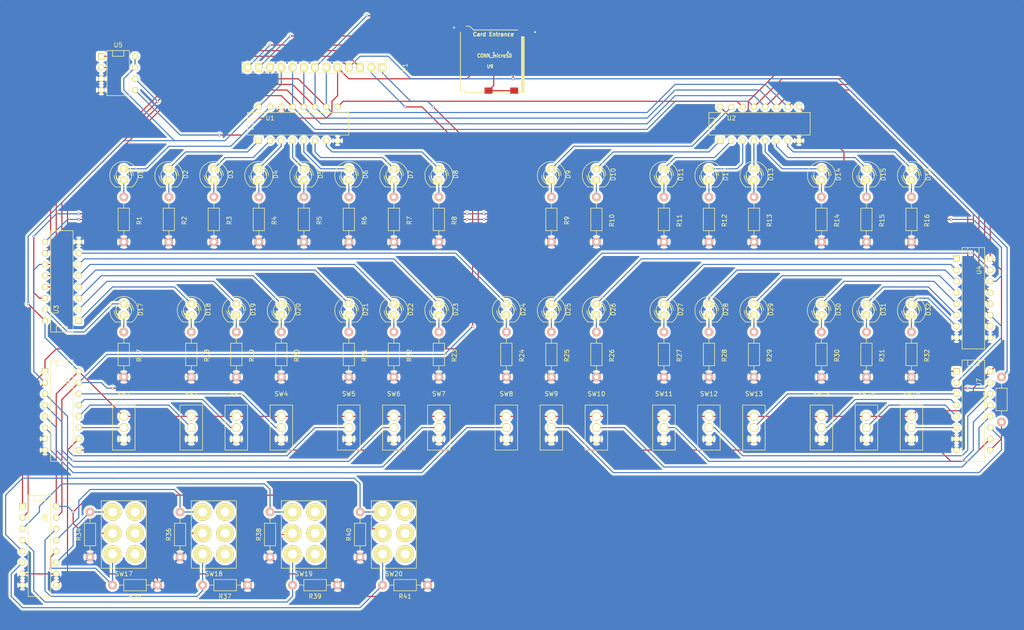
<source format=kicad_pcb>
(kicad_pcb (version 4) (host pcbnew "(after 2015-mar-04 BZR unknown)-product")
  (title_block (title "Ardair 8800 front panel") (date "Monday, March 30, 2015") (rev 1))
  (layers (0 F.Cu signal) (31 B.Cu signal) (34 B.Paste user) (35 F.Paste user) (36 B.SilkS user) (37 F.SilkS user) (38 B.Mask user) (39 F.Mask user) (44 Edge.Cuts user))
  (net 0 "")
  (net 1 "Net-(D1-Pad2)")
  (net 2 "Net-(D2-Pad2)")
  (net 3 "Net-(D3-Pad2)")
  (net 4 "Net-(D4-Pad2)")
  (net 5 "Net-(D5-Pad2)")
  (net 6 "Net-(D6-Pad2)")
  (net 7 "Net-(D7-Pad2)")
  (net 8 "Net-(D8-Pad2)")
  (net 9 /MOSI)
  (net 10 /CLK)
  (net 11 /MR)
  (net 12 /LEDSTORE)
  (net 13 /OE)
  (net 14 VCC)
  (net 15 "Net-(D9-Pad2)")
  (net 16 "Net-(D10-Pad2)")
  (net 17 "Net-(D11-Pad2)")
  (net 18 "Net-(D12-Pad2)")
  (net 19 "Net-(D13-Pad2)")
  (net 20 "Net-(D14-Pad2)")
  (net 21 "Net-(D15-Pad2)")
  (net 22 "Net-(D16-Pad2)")
  (net 23 "Net-(D17-Pad2)")
  (net 24 "Net-(D18-Pad2)")
  (net 25 "Net-(D19-Pad2)")
  (net 26 "Net-(D20-Pad2)")
  (net 27 "Net-(D21-Pad2)")
  (net 28 "Net-(D22-Pad2)")
  (net 29 "Net-(D23-Pad2)")
  (net 30 "Net-(D24-Pad2)")
  (net 31 "Net-(D25-Pad2)")
  (net 32 "Net-(D26-Pad2)")
  (net 33 "Net-(D27-Pad2)")
  (net 34 "Net-(D28-Pad2)")
  (net 35 "Net-(D29-Pad2)")
  (net 36 "Net-(D30-Pad2)")
  (net 37 "Net-(D31-Pad2)")
  (net 38 "Net-(D32-Pad2)")
  (net 39 GND)
  (net 40 "Net-(U1-Pad9)")
  (net 41 "Net-(U2-Pad9)")
  (net 42 "Net-(U3-Pad9)")
  (net 43 /LA1)
  (net 44 /LA2)
  (net 45 /LA3)
  (net 46 /LA4)
  (net 47 /LA5)
  (net 48 /LA6)
  (net 49 /LA7)
  (net 50 /LA8)
  (net 51 /LB1)
  (net 52 /LB2)
  (net 53 /LB3)
  (net 54 /LB4)
  (net 55 /LB5)
  (net 56 /LB6)
  (net 57 /LB7)
  (net 58 /LB8)
  (net 59 /LC1)
  (net 60 /LC2)
  (net 61 /LC3)
  (net 62 /LC4)
  (net 63 /LC5)
  (net 64 /LC6)
  (net 65 /LC7)
  (net 66 /LC8)
  (net 67 /LD1)
  (net 68 /LD2)
  (net 69 /LD3)
  (net 70 /LD4)
  (net 71 /LD5)
  (net 72 /LD6)
  (net 73 /LD7)
  (net 74 /LD8)
  (net 75 /SWITCH_LOAD)
  (net 76 /SWITCH_CS)
  (net 77 /MEM_CS)
  (net 78 /MISO)
  (net 79 /SWA1)
  (net 80 /SWA2)
  (net 81 /SWA3)
  (net 82 /SWA4)
  (net 83 /SWA5)
  (net 84 /SWA6)
  (net 85 /SWA7)
  (net 86 /SWA8)
  (net 87 /SWB1)
  (net 88 /SWB2)
  (net 89 /SWB3)
  (net 90 /SWB4)
  (net 91 /SWB5)
  (net 92 /SWB6)
  (net 93 /SWB7)
  (net 94 /SWB8)
  (net 95 "Net-(U6-Pad9)")
  (net 96 "Net-(R33-Pad1)")
  (net 97 /VCC33)
  (net 98 "Net-(U6-Pad10)")
  (net 99 /SWC5)
  (net 100 /SWC6)
  (net 101 /SWC7)
  (net 102 /SWC8)
  (net 103 /SWC1)
  (net 104 /SWC2)
  (net 105 /SWC3)
  (net 106 /SWC4)
  (net 107 "Net-(SW17-Pad2)")
  (net 108 "Net-(SW18-Pad2)")
  (net 109 "Net-(SW19-Pad2)")
  (net 110 "Net-(SW20-Pad2)")
  (net 111 "Net-(U9-Pad8)")
  (net 112 /SD_SC)
  (module LEDs:LED-5MM (layer F.Cu) (at 58.42 58.42 270)
    (fp_text reference D1 (at 0 -3.81 270) (layer F.SilkS))
    (fp_text value LED)
    (pad 1 thru_hole circle (at -1.27 0 270) (size 1.6764 1.6764) (drill 0.8128) (layers *.Cu *.Mask F.SilkS) (net 43 /LA1))
    (pad 2 thru_hole circle (at 1.27 0 270) (size 1.6764 1.6764) (drill 0.8128) (layers *.Cu *.Mask F.SilkS) (net 1 "Net-(D1-Pad2)"))
  )
  (module LEDs:LED-5MM (layer F.Cu) (at 68.58 58.42 270)
    (fp_text reference D2 (at 0 -3.81 270) (layer F.SilkS))
    (fp_text value LED)
    (pad 1 thru_hole circle (at -1.27 0 270) (size 1.6764 1.6764) (drill 0.8128) (layers *.Cu *.Mask F.SilkS) (net 44 /LA2))
    (pad 2 thru_hole circle (at 1.27 0 270) (size 1.6764 1.6764) (drill 0.8128) (layers *.Cu *.Mask F.SilkS) (net 2 "Net-(D2-Pad2)"))
  )
  (module LEDs:LED-5MM (layer F.Cu) (at 78.74 58.42 270)
    (fp_text reference D3 (at 0 -3.81 270) (layer F.SilkS))
    (fp_text value LED)
    (pad 1 thru_hole circle (at -1.27 0 270) (size 1.6764 1.6764) (drill 0.8128) (layers *.Cu *.Mask F.SilkS) (net 45 /LA3))
    (pad 2 thru_hole circle (at 1.27 0 270) (size 1.6764 1.6764) (drill 0.8128) (layers *.Cu *.Mask F.SilkS) (net 3 "Net-(D3-Pad2)"))
  )
  (module LEDs:LED-5MM (layer F.Cu) (at 88.9 58.42 270)
    (fp_text reference D4 (at 0 -3.81 270) (layer F.SilkS))
    (fp_text value LED)
    (pad 1 thru_hole circle (at -1.27 0 270) (size 1.6764 1.6764) (drill 0.8128) (layers *.Cu *.Mask F.SilkS) (net 46 /LA4))
    (pad 2 thru_hole circle (at 1.27 0 270) (size 1.6764 1.6764) (drill 0.8128) (layers *.Cu *.Mask F.SilkS) (net 4 "Net-(D4-Pad2)"))
  )
  (module LEDs:LED-5MM (layer F.Cu) (at 99.06 58.42 270)
    (fp_text reference D5 (at 0 -3.81 270) (layer F.SilkS))
    (fp_text value LED)
    (pad 1 thru_hole circle (at -1.27 0 270) (size 1.6764 1.6764) (drill 0.8128) (layers *.Cu *.Mask F.SilkS) (net 47 /LA5))
    (pad 2 thru_hole circle (at 1.27 0 270) (size 1.6764 1.6764) (drill 0.8128) (layers *.Cu *.Mask F.SilkS) (net 5 "Net-(D5-Pad2)"))
  )
  (module LEDs:LED-5MM (layer F.Cu) (at 109.22 58.42 270)
    (fp_text reference D6 (at 0 -3.81 270) (layer F.SilkS))
    (fp_text value LED)
    (pad 1 thru_hole circle (at -1.27 0 270) (size 1.6764 1.6764) (drill 0.8128) (layers *.Cu *.Mask F.SilkS) (net 48 /LA6))
    (pad 2 thru_hole circle (at 1.27 0 270) (size 1.6764 1.6764) (drill 0.8128) (layers *.Cu *.Mask F.SilkS) (net 6 "Net-(D6-Pad2)"))
  )
  (module LEDs:LED-5MM (layer F.Cu) (at 119.38 58.42 270)
    (fp_text reference D7 (at 0 -3.81 270) (layer F.SilkS))
    (fp_text value LED)
    (pad 1 thru_hole circle (at -1.27 0 270) (size 1.6764 1.6764) (drill 0.8128) (layers *.Cu *.Mask F.SilkS) (net 49 /LA7))
    (pad 2 thru_hole circle (at 1.27 0 270) (size 1.6764 1.6764) (drill 0.8128) (layers *.Cu *.Mask F.SilkS) (net 7 "Net-(D7-Pad2)"))
  )
  (module LEDs:LED-5MM (layer F.Cu) (at 129.54 58.42 270)
    (fp_text reference D8 (at 0 -3.81 270) (layer F.SilkS))
    (fp_text value LED)
    (pad 1 thru_hole circle (at -1.27 0 270) (size 1.6764 1.6764) (drill 0.8128) (layers *.Cu *.Mask F.SilkS) (net 50 /LA8))
    (pad 2 thru_hole circle (at 1.27 0 270) (size 1.6764 1.6764) (drill 0.8128) (layers *.Cu *.Mask F.SilkS) (net 8 "Net-(D8-Pad2)"))
  )
  (module Resistors_ThroughHole:Resistor_Horizontal_RM10mm (layer F.Cu) (at 58.42 68.58 270)
    (fp_text reference R1 (at 0.24892 -3.50012 270) (layer F.SilkS))
    (fp_text value 220R)
    (pad 1 thru_hole circle (at -5.08 0 270) (size 1.99898 1.99898) (drill 1.00076) (layers *.Cu *.SilkS *.Mask) (net 1 "Net-(D1-Pad2)"))
    (pad 2 thru_hole circle (at 5.08 0 270) (size 1.99898 1.99898) (drill 1.00076) (layers *.Cu *.SilkS *.Mask) (net 39 GND))
  )
  (module Resistors_ThroughHole:Resistor_Horizontal_RM10mm (layer F.Cu) (at 68.58 68.58 270)
    (fp_text reference R2 (at 0.24892 -3.50012 270) (layer F.SilkS))
    (fp_text value 220R)
    (pad 1 thru_hole circle (at -5.08 0 270) (size 1.99898 1.99898) (drill 1.00076) (layers *.Cu *.SilkS *.Mask) (net 2 "Net-(D2-Pad2)"))
    (pad 2 thru_hole circle (at 5.08 0 270) (size 1.99898 1.99898) (drill 1.00076) (layers *.Cu *.SilkS *.Mask) (net 39 GND))
  )
  (module Resistors_ThroughHole:Resistor_Horizontal_RM10mm (layer F.Cu) (at 78.74 68.58 270)
    (fp_text reference R3 (at 0.24892 -3.50012 270) (layer F.SilkS))
    (fp_text value 220R)
    (pad 1 thru_hole circle (at -5.08 0 270) (size 1.99898 1.99898) (drill 1.00076) (layers *.Cu *.SilkS *.Mask) (net 3 "Net-(D3-Pad2)"))
    (pad 2 thru_hole circle (at 5.08 0 270) (size 1.99898 1.99898) (drill 1.00076) (layers *.Cu *.SilkS *.Mask) (net 39 GND))
  )
  (module Resistors_ThroughHole:Resistor_Horizontal_RM10mm (layer F.Cu) (at 88.9 68.58 270)
    (fp_text reference R4 (at 0.24892 -3.50012 270) (layer F.SilkS))
    (fp_text value 220R)
    (pad 1 thru_hole circle (at -5.08 0 270) (size 1.99898 1.99898) (drill 1.00076) (layers *.Cu *.SilkS *.Mask) (net 4 "Net-(D4-Pad2)"))
    (pad 2 thru_hole circle (at 5.08 0 270) (size 1.99898 1.99898) (drill 1.00076) (layers *.Cu *.SilkS *.Mask) (net 39 GND))
  )
  (module Resistors_ThroughHole:Resistor_Horizontal_RM10mm (layer F.Cu) (at 99.06 68.58 270)
    (fp_text reference R5 (at 0.24892 -3.50012 270) (layer F.SilkS))
    (fp_text value 220R)
    (pad 1 thru_hole circle (at -5.08 0 270) (size 1.99898 1.99898) (drill 1.00076) (layers *.Cu *.SilkS *.Mask) (net 5 "Net-(D5-Pad2)"))
    (pad 2 thru_hole circle (at 5.08 0 270) (size 1.99898 1.99898) (drill 1.00076) (layers *.Cu *.SilkS *.Mask) (net 39 GND))
  )
  (module Resistors_ThroughHole:Resistor_Horizontal_RM10mm (layer F.Cu) (at 109.22 68.58 270)
    (fp_text reference R6 (at 0.24892 -3.50012 270) (layer F.SilkS))
    (fp_text value 220R)
    (pad 1 thru_hole circle (at -5.08 0 270) (size 1.99898 1.99898) (drill 1.00076) (layers *.Cu *.SilkS *.Mask) (net 6 "Net-(D6-Pad2)"))
    (pad 2 thru_hole circle (at 5.08 0 270) (size 1.99898 1.99898) (drill 1.00076) (layers *.Cu *.SilkS *.Mask) (net 39 GND))
  )
  (module Resistors_ThroughHole:Resistor_Horizontal_RM10mm (layer F.Cu) (at 119.38 68.58 270)
    (fp_text reference R7 (at 0.24892 -3.50012 270) (layer F.SilkS))
    (fp_text value 220R)
    (pad 1 thru_hole circle (at -5.08 0 270) (size 1.99898 1.99898) (drill 1.00076) (layers *.Cu *.SilkS *.Mask) (net 7 "Net-(D7-Pad2)"))
    (pad 2 thru_hole circle (at 5.08 0 270) (size 1.99898 1.99898) (drill 1.00076) (layers *.Cu *.SilkS *.Mask) (net 39 GND))
  )
  (module Resistors_ThroughHole:Resistor_Horizontal_RM10mm (layer F.Cu) (at 129.54 68.58 270)
    (fp_text reference R8 (at 0.24892 -3.50012 270) (layer F.SilkS))
    (fp_text value 220R)
    (pad 1 thru_hole circle (at -5.08 0 270) (size 1.99898 1.99898) (drill 1.00076) (layers *.Cu *.SilkS *.Mask) (net 8 "Net-(D8-Pad2)"))
    (pad 2 thru_hole circle (at 5.08 0 270) (size 1.99898 1.99898) (drill 1.00076) (layers *.Cu *.SilkS *.Mask) (net 39 GND))
  )
  (module Housings_DIP:DIP-16__300 (layer F.Cu) (at 97.79 46.99)
    (fp_text reference U1 (at -6.35 -1.27) (layer F.SilkS))
    (fp_text value 74HC595)
    (pad 1 thru_hole rect (at -8.89 3.81) (size 1.397 1.397) (drill 0.8128) (layers *.Cu *.Mask F.SilkS) (net 44 /LA2))
    (pad 2 thru_hole circle (at -6.35 3.81) (size 1.397 1.397) (drill 0.8128) (layers *.Cu *.Mask F.SilkS) (net 45 /LA3))
    (pad 3 thru_hole circle (at -3.81 3.81) (size 1.397 1.397) (drill 0.8128) (layers *.Cu *.Mask F.SilkS) (net 46 /LA4))
    (pad 4 thru_hole circle (at -1.27 3.81) (size 1.397 1.397) (drill 0.8128) (layers *.Cu *.Mask F.SilkS) (net 47 /LA5))
    (pad 5 thru_hole circle (at 1.27 3.81) (size 1.397 1.397) (drill 0.8128) (layers *.Cu *.Mask F.SilkS) (net 48 /LA6))
    (pad 6 thru_hole circle (at 3.81 3.81) (size 1.397 1.397) (drill 0.8128) (layers *.Cu *.Mask F.SilkS) (net 49 /LA7))
    (pad 7 thru_hole circle (at 6.35 3.81) (size 1.397 1.397) (drill 0.8128) (layers *.Cu *.Mask F.SilkS) (net 50 /LA8))
    (pad 8 thru_hole circle (at 8.89 3.81) (size 1.397 1.397) (drill 0.8128) (layers *.Cu *.Mask F.SilkS) (net 39 GND))
    (pad 9 thru_hole circle (at 8.89 -3.81) (size 1.397 1.397) (drill 0.8128) (layers *.Cu *.Mask F.SilkS) (net 40 "Net-(U1-Pad9)"))
    (pad 10 thru_hole circle (at 6.35 -3.81) (size 1.397 1.397) (drill 0.8128) (layers *.Cu *.Mask F.SilkS) (net 11 /MR))
    (pad 11 thru_hole circle (at 3.81 -3.81) (size 1.397 1.397) (drill 0.8128) (layers *.Cu *.Mask F.SilkS) (net 10 /CLK))
    (pad 12 thru_hole circle (at 1.27 -3.81) (size 1.397 1.397) (drill 0.8128) (layers *.Cu *.Mask F.SilkS) (net 12 /LEDSTORE))
    (pad 13 thru_hole circle (at -1.27 -3.81) (size 1.397 1.397) (drill 0.8128) (layers *.Cu *.Mask F.SilkS) (net 13 /OE))
    (pad 14 thru_hole circle (at -3.81 -3.81) (size 1.397 1.397) (drill 0.8128) (layers *.Cu *.Mask F.SilkS) (net 9 /MOSI))
    (pad 15 thru_hole circle (at -6.35 -3.81) (size 1.397 1.397) (drill 0.8128) (layers *.Cu *.Mask F.SilkS) (net 43 /LA1))
    (pad 16 thru_hole circle (at -8.89 -3.81) (size 1.397 1.397) (drill 0.8128) (layers *.Cu *.Mask F.SilkS) (net 14 VCC))
  )
  (module LEDs:LED-5MM (layer F.Cu) (at 154.94 58.42 270)
    (fp_text reference D9 (at 0 -3.81 270) (layer F.SilkS))
    (fp_text value LED)
    (pad 1 thru_hole circle (at -1.27 0 270) (size 1.6764 1.6764) (drill 0.8128) (layers *.Cu *.Mask F.SilkS) (net 51 /LB1))
    (pad 2 thru_hole circle (at 1.27 0 270) (size 1.6764 1.6764) (drill 0.8128) (layers *.Cu *.Mask F.SilkS) (net 15 "Net-(D9-Pad2)"))
  )
  (module LEDs:LED-5MM (layer F.Cu) (at 165.1 58.42 270)
    (fp_text reference D10 (at 0 -3.81 270) (layer F.SilkS))
    (fp_text value LED)
    (pad 1 thru_hole circle (at -1.27 0 270) (size 1.6764 1.6764) (drill 0.8128) (layers *.Cu *.Mask F.SilkS) (net 52 /LB2))
    (pad 2 thru_hole circle (at 1.27 0 270) (size 1.6764 1.6764) (drill 0.8128) (layers *.Cu *.Mask F.SilkS) (net 16 "Net-(D10-Pad2)"))
  )
  (module LEDs:LED-5MM (layer F.Cu) (at 180.34 58.42 270)
    (fp_text reference D11 (at 0 -3.81 270) (layer F.SilkS))
    (fp_text value LED)
    (pad 1 thru_hole circle (at -1.27 0 270) (size 1.6764 1.6764) (drill 0.8128) (layers *.Cu *.Mask F.SilkS) (net 53 /LB3))
    (pad 2 thru_hole circle (at 1.27 0 270) (size 1.6764 1.6764) (drill 0.8128) (layers *.Cu *.Mask F.SilkS) (net 17 "Net-(D11-Pad2)"))
  )
  (module LEDs:LED-5MM (layer F.Cu) (at 190.5 58.42 270)
    (fp_text reference D12 (at 0 -3.81 270) (layer F.SilkS))
    (fp_text value LED)
    (pad 1 thru_hole circle (at -1.27 0 270) (size 1.6764 1.6764) (drill 0.8128) (layers *.Cu *.Mask F.SilkS) (net 54 /LB4))
    (pad 2 thru_hole circle (at 1.27 0 270) (size 1.6764 1.6764) (drill 0.8128) (layers *.Cu *.Mask F.SilkS) (net 18 "Net-(D12-Pad2)"))
  )
  (module LEDs:LED-5MM (layer F.Cu) (at 200.66 58.42 270)
    (fp_text reference D13 (at 0 -3.81 270) (layer F.SilkS))
    (fp_text value LED)
    (pad 1 thru_hole circle (at -1.27 0 270) (size 1.6764 1.6764) (drill 0.8128) (layers *.Cu *.Mask F.SilkS) (net 55 /LB5))
    (pad 2 thru_hole circle (at 1.27 0 270) (size 1.6764 1.6764) (drill 0.8128) (layers *.Cu *.Mask F.SilkS) (net 19 "Net-(D13-Pad2)"))
  )
  (module LEDs:LED-5MM (layer F.Cu) (at 215.9 58.42 270)
    (fp_text reference D14 (at 0 -3.81 270) (layer F.SilkS))
    (fp_text value LED)
    (pad 1 thru_hole circle (at -1.27 0 270) (size 1.6764 1.6764) (drill 0.8128) (layers *.Cu *.Mask F.SilkS) (net 56 /LB6))
    (pad 2 thru_hole circle (at 1.27 0 270) (size 1.6764 1.6764) (drill 0.8128) (layers *.Cu *.Mask F.SilkS) (net 20 "Net-(D14-Pad2)"))
  )
  (module LEDs:LED-5MM (layer F.Cu) (at 226.06 58.42 270)
    (fp_text reference D15 (at 0 -3.81 270) (layer F.SilkS))
    (fp_text value LED)
    (pad 1 thru_hole circle (at -1.27 0 270) (size 1.6764 1.6764) (drill 0.8128) (layers *.Cu *.Mask F.SilkS) (net 57 /LB7))
    (pad 2 thru_hole circle (at 1.27 0 270) (size 1.6764 1.6764) (drill 0.8128) (layers *.Cu *.Mask F.SilkS) (net 21 "Net-(D15-Pad2)"))
  )
  (module LEDs:LED-5MM (layer F.Cu) (at 236.22 58.42 270)
    (fp_text reference D16 (at 0 -3.81 270) (layer F.SilkS))
    (fp_text value LED)
    (pad 1 thru_hole circle (at -1.27 0 270) (size 1.6764 1.6764) (drill 0.8128) (layers *.Cu *.Mask F.SilkS) (net 58 /LB8))
    (pad 2 thru_hole circle (at 1.27 0 270) (size 1.6764 1.6764) (drill 0.8128) (layers *.Cu *.Mask F.SilkS) (net 22 "Net-(D16-Pad2)"))
  )
  (module LEDs:LED-5MM (layer F.Cu) (at 58.42 88.9 270)
    (fp_text reference D17 (at 0 -3.81 270) (layer F.SilkS))
    (fp_text value LED)
    (pad 1 thru_hole circle (at -1.27 0 270) (size 1.6764 1.6764) (drill 0.8128) (layers *.Cu *.Mask F.SilkS) (net 59 /LC1))
    (pad 2 thru_hole circle (at 1.27 0 270) (size 1.6764 1.6764) (drill 0.8128) (layers *.Cu *.Mask F.SilkS) (net 23 "Net-(D17-Pad2)"))
  )
  (module LEDs:LED-5MM (layer F.Cu) (at 73.66 88.9 270)
    (fp_text reference D18 (at 0 -3.81 270) (layer F.SilkS))
    (fp_text value LED)
    (pad 1 thru_hole circle (at -1.27 0 270) (size 1.6764 1.6764) (drill 0.8128) (layers *.Cu *.Mask F.SilkS) (net 60 /LC2))
    (pad 2 thru_hole circle (at 1.27 0 270) (size 1.6764 1.6764) (drill 0.8128) (layers *.Cu *.Mask F.SilkS) (net 24 "Net-(D18-Pad2)"))
  )
  (module LEDs:LED-5MM (layer F.Cu) (at 83.82 88.9 270)
    (fp_text reference D19 (at 0 -3.81 270) (layer F.SilkS))
    (fp_text value LED)
    (pad 1 thru_hole circle (at -1.27 0 270) (size 1.6764 1.6764) (drill 0.8128) (layers *.Cu *.Mask F.SilkS) (net 61 /LC3))
    (pad 2 thru_hole circle (at 1.27 0 270) (size 1.6764 1.6764) (drill 0.8128) (layers *.Cu *.Mask F.SilkS) (net 25 "Net-(D19-Pad2)"))
  )
  (module LEDs:LED-5MM (layer F.Cu) (at 93.98 88.9 270)
    (fp_text reference D20 (at 0 -3.81 270) (layer F.SilkS))
    (fp_text value LED)
    (pad 1 thru_hole circle (at -1.27 0 270) (size 1.6764 1.6764) (drill 0.8128) (layers *.Cu *.Mask F.SilkS) (net 62 /LC4))
    (pad 2 thru_hole circle (at 1.27 0 270) (size 1.6764 1.6764) (drill 0.8128) (layers *.Cu *.Mask F.SilkS) (net 26 "Net-(D20-Pad2)"))
  )
  (module LEDs:LED-5MM (layer F.Cu) (at 109.22 88.9 270)
    (fp_text reference D21 (at 0 -3.81 270) (layer F.SilkS))
    (fp_text value LED)
    (pad 1 thru_hole circle (at -1.27 0 270) (size 1.6764 1.6764) (drill 0.8128) (layers *.Cu *.Mask F.SilkS) (net 63 /LC5))
    (pad 2 thru_hole circle (at 1.27 0 270) (size 1.6764 1.6764) (drill 0.8128) (layers *.Cu *.Mask F.SilkS) (net 27 "Net-(D21-Pad2)"))
  )
  (module LEDs:LED-5MM (layer F.Cu) (at 119.38 88.9 270)
    (fp_text reference D22 (at 0 -3.81 270) (layer F.SilkS))
    (fp_text value LED)
    (pad 1 thru_hole circle (at -1.27 0 270) (size 1.6764 1.6764) (drill 0.8128) (layers *.Cu *.Mask F.SilkS) (net 64 /LC6))
    (pad 2 thru_hole circle (at 1.27 0 270) (size 1.6764 1.6764) (drill 0.8128) (layers *.Cu *.Mask F.SilkS) (net 28 "Net-(D22-Pad2)"))
  )
  (module LEDs:LED-5MM (layer F.Cu) (at 129.54 88.9 270)
    (fp_text reference D23 (at 0 -3.81 270) (layer F.SilkS))
    (fp_text value LED)
    (pad 1 thru_hole circle (at -1.27 0 270) (size 1.6764 1.6764) (drill 0.8128) (layers *.Cu *.Mask F.SilkS) (net 65 /LC7))
    (pad 2 thru_hole circle (at 1.27 0 270) (size 1.6764 1.6764) (drill 0.8128) (layers *.Cu *.Mask F.SilkS) (net 29 "Net-(D23-Pad2)"))
  )
  (module LEDs:LED-5MM (layer F.Cu) (at 144.78 88.9 270)
    (fp_text reference D24 (at 0 -3.81 270) (layer F.SilkS))
    (fp_text value LED)
    (pad 1 thru_hole circle (at -1.27 0 270) (size 1.6764 1.6764) (drill 0.8128) (layers *.Cu *.Mask F.SilkS) (net 66 /LC8))
    (pad 2 thru_hole circle (at 1.27 0 270) (size 1.6764 1.6764) (drill 0.8128) (layers *.Cu *.Mask F.SilkS) (net 30 "Net-(D24-Pad2)"))
  )
  (module LEDs:LED-5MM (layer F.Cu) (at 154.94 88.9 270)
    (fp_text reference D25 (at 0 -3.81 270) (layer F.SilkS))
    (fp_text value LED)
    (pad 1 thru_hole circle (at -1.27 0 270) (size 1.6764 1.6764) (drill 0.8128) (layers *.Cu *.Mask F.SilkS) (net 67 /LD1))
    (pad 2 thru_hole circle (at 1.27 0 270) (size 1.6764 1.6764) (drill 0.8128) (layers *.Cu *.Mask F.SilkS) (net 31 "Net-(D25-Pad2)"))
  )
  (module LEDs:LED-5MM (layer F.Cu) (at 165.1 88.9 270)
    (fp_text reference D26 (at 0 -3.81 270) (layer F.SilkS))
    (fp_text value LED)
    (pad 1 thru_hole circle (at -1.27 0 270) (size 1.6764 1.6764) (drill 0.8128) (layers *.Cu *.Mask F.SilkS) (net 68 /LD2))
    (pad 2 thru_hole circle (at 1.27 0 270) (size 1.6764 1.6764) (drill 0.8128) (layers *.Cu *.Mask F.SilkS) (net 32 "Net-(D26-Pad2)"))
  )
  (module LEDs:LED-5MM (layer F.Cu) (at 180.34 88.9 270)
    (fp_text reference D27 (at 0 -3.81 270) (layer F.SilkS))
    (fp_text value LED)
    (pad 1 thru_hole circle (at -1.27 0 270) (size 1.6764 1.6764) (drill 0.8128) (layers *.Cu *.Mask F.SilkS) (net 69 /LD3))
    (pad 2 thru_hole circle (at 1.27 0 270) (size 1.6764 1.6764) (drill 0.8128) (layers *.Cu *.Mask F.SilkS) (net 33 "Net-(D27-Pad2)"))
  )
  (module LEDs:LED-5MM (layer F.Cu) (at 190.5 88.9 270)
    (fp_text reference D28 (at 0 -3.81 270) (layer F.SilkS))
    (fp_text value LED)
    (pad 1 thru_hole circle (at -1.27 0 270) (size 1.6764 1.6764) (drill 0.8128) (layers *.Cu *.Mask F.SilkS) (net 70 /LD4))
    (pad 2 thru_hole circle (at 1.27 0 270) (size 1.6764 1.6764) (drill 0.8128) (layers *.Cu *.Mask F.SilkS) (net 34 "Net-(D28-Pad2)"))
  )
  (module LEDs:LED-5MM (layer F.Cu) (at 200.66 88.9 270)
    (fp_text reference D29 (at 0 -3.81 270) (layer F.SilkS))
    (fp_text value LED)
    (pad 1 thru_hole circle (at -1.27 0 270) (size 1.6764 1.6764) (drill 0.8128) (layers *.Cu *.Mask F.SilkS) (net 71 /LD5))
    (pad 2 thru_hole circle (at 1.27 0 270) (size 1.6764 1.6764) (drill 0.8128) (layers *.Cu *.Mask F.SilkS) (net 35 "Net-(D29-Pad2)"))
  )
  (module LEDs:LED-5MM (layer F.Cu) (at 215.9 88.9 270)
    (fp_text reference D30 (at 0 -3.81 270) (layer F.SilkS))
    (fp_text value LED)
    (pad 1 thru_hole circle (at -1.27 0 270) (size 1.6764 1.6764) (drill 0.8128) (layers *.Cu *.Mask F.SilkS) (net 72 /LD6))
    (pad 2 thru_hole circle (at 1.27 0 270) (size 1.6764 1.6764) (drill 0.8128) (layers *.Cu *.Mask F.SilkS) (net 36 "Net-(D30-Pad2)"))
  )
  (module LEDs:LED-5MM (layer F.Cu) (at 226.06 88.9 270)
    (fp_text reference D31 (at 0 -3.81 270) (layer F.SilkS))
    (fp_text value LED)
    (pad 1 thru_hole circle (at -1.27 0 270) (size 1.6764 1.6764) (drill 0.8128) (layers *.Cu *.Mask F.SilkS) (net 73 /LD7))
    (pad 2 thru_hole circle (at 1.27 0 270) (size 1.6764 1.6764) (drill 0.8128) (layers *.Cu *.Mask F.SilkS) (net 37 "Net-(D31-Pad2)"))
  )
  (module LEDs:LED-5MM (layer F.Cu) (at 236.22 88.9 270)
    (fp_text reference D32 (at 0 -3.81 270) (layer F.SilkS))
    (fp_text value LED)
    (pad 1 thru_hole circle (at -1.27 0 270) (size 1.6764 1.6764) (drill 0.8128) (layers *.Cu *.Mask F.SilkS) (net 74 /LD8))
    (pad 2 thru_hole circle (at 1.27 0 270) (size 1.6764 1.6764) (drill 0.8128) (layers *.Cu *.Mask F.SilkS) (net 38 "Net-(D32-Pad2)"))
  )
  (module Resistors_ThroughHole:Resistor_Horizontal_RM10mm (layer F.Cu) (at 154.94 68.58 270)
    (fp_text reference R9 (at 0.24892 -3.50012 270) (layer F.SilkS))
    (fp_text value 220R)
    (pad 1 thru_hole circle (at -5.08 0 270) (size 1.99898 1.99898) (drill 1.00076) (layers *.Cu *.SilkS *.Mask) (net 15 "Net-(D9-Pad2)"))
    (pad 2 thru_hole circle (at 5.08 0 270) (size 1.99898 1.99898) (drill 1.00076) (layers *.Cu *.SilkS *.Mask) (net 39 GND))
  )
  (module Resistors_ThroughHole:Resistor_Horizontal_RM10mm (layer F.Cu) (at 165.1 68.58 270)
    (fp_text reference R10 (at 0.24892 -3.50012 270) (layer F.SilkS))
    (fp_text value 220R)
    (pad 1 thru_hole circle (at -5.08 0 270) (size 1.99898 1.99898) (drill 1.00076) (layers *.Cu *.SilkS *.Mask) (net 16 "Net-(D10-Pad2)"))
    (pad 2 thru_hole circle (at 5.08 0 270) (size 1.99898 1.99898) (drill 1.00076) (layers *.Cu *.SilkS *.Mask) (net 39 GND))
  )
  (module Resistors_ThroughHole:Resistor_Horizontal_RM10mm (layer F.Cu) (at 180.34 68.58 270)
    (fp_text reference R11 (at 0.24892 -3.50012 270) (layer F.SilkS))
    (fp_text value 220R)
    (pad 1 thru_hole circle (at -5.08 0 270) (size 1.99898 1.99898) (drill 1.00076) (layers *.Cu *.SilkS *.Mask) (net 17 "Net-(D11-Pad2)"))
    (pad 2 thru_hole circle (at 5.08 0 270) (size 1.99898 1.99898) (drill 1.00076) (layers *.Cu *.SilkS *.Mask) (net 39 GND))
  )
  (module Resistors_ThroughHole:Resistor_Horizontal_RM10mm (layer F.Cu) (at 190.5 68.58 270)
    (fp_text reference R12 (at 0.24892 -3.50012 270) (layer F.SilkS))
    (fp_text value 220R)
    (pad 1 thru_hole circle (at -5.08 0 270) (size 1.99898 1.99898) (drill 1.00076) (layers *.Cu *.SilkS *.Mask) (net 18 "Net-(D12-Pad2)"))
    (pad 2 thru_hole circle (at 5.08 0 270) (size 1.99898 1.99898) (drill 1.00076) (layers *.Cu *.SilkS *.Mask) (net 39 GND))
  )
  (module Resistors_ThroughHole:Resistor_Horizontal_RM10mm (layer F.Cu) (at 200.66 68.58 270)
    (fp_text reference R13 (at 0.24892 -3.50012 270) (layer F.SilkS))
    (fp_text value 220R)
    (pad 1 thru_hole circle (at -5.08 0 270) (size 1.99898 1.99898) (drill 1.00076) (layers *.Cu *.SilkS *.Mask) (net 19 "Net-(D13-Pad2)"))
    (pad 2 thru_hole circle (at 5.08 0 270) (size 1.99898 1.99898) (drill 1.00076) (layers *.Cu *.SilkS *.Mask) (net 39 GND))
  )
  (module Resistors_ThroughHole:Resistor_Horizontal_RM10mm (layer F.Cu) (at 215.9 68.58 270)
    (fp_text reference R14 (at 0.24892 -3.50012 270) (layer F.SilkS))
    (fp_text value 220R)
    (pad 1 thru_hole circle (at -5.08 0 270) (size 1.99898 1.99898) (drill 1.00076) (layers *.Cu *.SilkS *.Mask) (net 20 "Net-(D14-Pad2)"))
    (pad 2 thru_hole circle (at 5.08 0 270) (size 1.99898 1.99898) (drill 1.00076) (layers *.Cu *.SilkS *.Mask) (net 39 GND))
  )
  (module Resistors_ThroughHole:Resistor_Horizontal_RM10mm (layer F.Cu) (at 226.06 68.58 270)
    (fp_text reference R15 (at 0.24892 -3.50012 270) (layer F.SilkS))
    (fp_text value 220R)
    (pad 1 thru_hole circle (at -5.08 0 270) (size 1.99898 1.99898) (drill 1.00076) (layers *.Cu *.SilkS *.Mask) (net 21 "Net-(D15-Pad2)"))
    (pad 2 thru_hole circle (at 5.08 0 270) (size 1.99898 1.99898) (drill 1.00076) (layers *.Cu *.SilkS *.Mask) (net 39 GND))
  )
  (module Resistors_ThroughHole:Resistor_Horizontal_RM10mm (layer F.Cu) (at 236.22 68.58 270)
    (fp_text reference R16 (at 0.24892 -3.50012 270) (layer F.SilkS))
    (fp_text value 220R)
    (pad 1 thru_hole circle (at -5.08 0 270) (size 1.99898 1.99898) (drill 1.00076) (layers *.Cu *.SilkS *.Mask) (net 22 "Net-(D16-Pad2)"))
    (pad 2 thru_hole circle (at 5.08 0 270) (size 1.99898 1.99898) (drill 1.00076) (layers *.Cu *.SilkS *.Mask) (net 39 GND))
  )
  (module Resistors_ThroughHole:Resistor_Horizontal_RM10mm (layer F.Cu) (at 58.42 99.06 270)
    (fp_text reference R17 (at 0.24892 -3.50012 270) (layer F.SilkS))
    (fp_text value 220R)
    (pad 1 thru_hole circle (at -5.08 0 270) (size 1.99898 1.99898) (drill 1.00076) (layers *.Cu *.SilkS *.Mask) (net 23 "Net-(D17-Pad2)"))
    (pad 2 thru_hole circle (at 5.08 0 270) (size 1.99898 1.99898) (drill 1.00076) (layers *.Cu *.SilkS *.Mask) (net 39 GND))
  )
  (module Resistors_ThroughHole:Resistor_Horizontal_RM10mm (layer F.Cu) (at 73.66 99.06 270)
    (fp_text reference R18 (at 0.24892 -3.50012 270) (layer F.SilkS))
    (fp_text value 220R)
    (pad 1 thru_hole circle (at -5.08 0 270) (size 1.99898 1.99898) (drill 1.00076) (layers *.Cu *.SilkS *.Mask) (net 24 "Net-(D18-Pad2)"))
    (pad 2 thru_hole circle (at 5.08 0 270) (size 1.99898 1.99898) (drill 1.00076) (layers *.Cu *.SilkS *.Mask) (net 39 GND))
  )
  (module Resistors_ThroughHole:Resistor_Horizontal_RM10mm (layer F.Cu) (at 83.82 99.06 270)
    (fp_text reference R19 (at 0.24892 -3.50012 270) (layer F.SilkS))
    (fp_text value 220R)
    (pad 1 thru_hole circle (at -5.08 0 270) (size 1.99898 1.99898) (drill 1.00076) (layers *.Cu *.SilkS *.Mask) (net 25 "Net-(D19-Pad2)"))
    (pad 2 thru_hole circle (at 5.08 0 270) (size 1.99898 1.99898) (drill 1.00076) (layers *.Cu *.SilkS *.Mask) (net 39 GND))
  )
  (module Resistors_ThroughHole:Resistor_Horizontal_RM10mm (layer F.Cu) (at 93.98 99.06 270)
    (fp_text reference R20 (at 0.24892 -3.50012 270) (layer F.SilkS))
    (fp_text value 220R)
    (pad 1 thru_hole circle (at -5.08 0 270) (size 1.99898 1.99898) (drill 1.00076) (layers *.Cu *.SilkS *.Mask) (net 26 "Net-(D20-Pad2)"))
    (pad 2 thru_hole circle (at 5.08 0 270) (size 1.99898 1.99898) (drill 1.00076) (layers *.Cu *.SilkS *.Mask) (net 39 GND))
  )
  (module Resistors_ThroughHole:Resistor_Horizontal_RM10mm (layer F.Cu) (at 109.22 99.06 270)
    (fp_text reference R21 (at 0.24892 -3.50012 270) (layer F.SilkS))
    (fp_text value 220R)
    (pad 1 thru_hole circle (at -5.08 0 270) (size 1.99898 1.99898) (drill 1.00076) (layers *.Cu *.SilkS *.Mask) (net 27 "Net-(D21-Pad2)"))
    (pad 2 thru_hole circle (at 5.08 0 270) (size 1.99898 1.99898) (drill 1.00076) (layers *.Cu *.SilkS *.Mask) (net 39 GND))
  )
  (module Resistors_ThroughHole:Resistor_Horizontal_RM10mm (layer F.Cu) (at 119.38 99.06 270)
    (fp_text reference R22 (at 0.24892 -3.50012 270) (layer F.SilkS))
    (fp_text value 220R)
    (pad 1 thru_hole circle (at -5.08 0 270) (size 1.99898 1.99898) (drill 1.00076) (layers *.Cu *.SilkS *.Mask) (net 28 "Net-(D22-Pad2)"))
    (pad 2 thru_hole circle (at 5.08 0 270) (size 1.99898 1.99898) (drill 1.00076) (layers *.Cu *.SilkS *.Mask) (net 39 GND))
  )
  (module Resistors_ThroughHole:Resistor_Horizontal_RM10mm (layer F.Cu) (at 129.54 99.06 270)
    (fp_text reference R23 (at 0.24892 -3.50012 270) (layer F.SilkS))
    (fp_text value 220R)
    (pad 1 thru_hole circle (at -5.08 0 270) (size 1.99898 1.99898) (drill 1.00076) (layers *.Cu *.SilkS *.Mask) (net 29 "Net-(D23-Pad2)"))
    (pad 2 thru_hole circle (at 5.08 0 270) (size 1.99898 1.99898) (drill 1.00076) (layers *.Cu *.SilkS *.Mask) (net 39 GND))
  )
  (module Resistors_ThroughHole:Resistor_Horizontal_RM10mm (layer F.Cu) (at 144.78 99.06 270)
    (fp_text reference R24 (at 0.24892 -3.50012 270) (layer F.SilkS))
    (fp_text value 220R)
    (pad 1 thru_hole circle (at -5.08 0 270) (size 1.99898 1.99898) (drill 1.00076) (layers *.Cu *.SilkS *.Mask) (net 30 "Net-(D24-Pad2)"))
    (pad 2 thru_hole circle (at 5.08 0 270) (size 1.99898 1.99898) (drill 1.00076) (layers *.Cu *.SilkS *.Mask) (net 39 GND))
  )
  (module Resistors_ThroughHole:Resistor_Horizontal_RM10mm (layer F.Cu) (at 154.94 99.06 270)
    (fp_text reference R25 (at 0.24892 -3.50012 270) (layer F.SilkS))
    (fp_text value 220R)
    (pad 1 thru_hole circle (at -5.08 0 270) (size 1.99898 1.99898) (drill 1.00076) (layers *.Cu *.SilkS *.Mask) (net 31 "Net-(D25-Pad2)"))
    (pad 2 thru_hole circle (at 5.08 0 270) (size 1.99898 1.99898) (drill 1.00076) (layers *.Cu *.SilkS *.Mask) (net 39 GND))
  )
  (module Resistors_ThroughHole:Resistor_Horizontal_RM10mm (layer F.Cu) (at 165.1 99.06 270)
    (fp_text reference R26 (at 0.24892 -3.50012 270) (layer F.SilkS))
    (fp_text value 220R)
    (pad 1 thru_hole circle (at -5.08 0 270) (size 1.99898 1.99898) (drill 1.00076) (layers *.Cu *.SilkS *.Mask) (net 32 "Net-(D26-Pad2)"))
    (pad 2 thru_hole circle (at 5.08 0 270) (size 1.99898 1.99898) (drill 1.00076) (layers *.Cu *.SilkS *.Mask) (net 39 GND))
  )
  (module Resistors_ThroughHole:Resistor_Horizontal_RM10mm (layer F.Cu) (at 180.34 99.06 270)
    (fp_text reference R27 (at 0.24892 -3.50012 270) (layer F.SilkS))
    (fp_text value 220R)
    (pad 1 thru_hole circle (at -5.08 0 270) (size 1.99898 1.99898) (drill 1.00076) (layers *.Cu *.SilkS *.Mask) (net 33 "Net-(D27-Pad2)"))
    (pad 2 thru_hole circle (at 5.08 0 270) (size 1.99898 1.99898) (drill 1.00076) (layers *.Cu *.SilkS *.Mask) (net 39 GND))
  )
  (module Resistors_ThroughHole:Resistor_Horizontal_RM10mm (layer F.Cu) (at 190.5 99.06 270)
    (fp_text reference R28 (at 0.24892 -3.50012 270) (layer F.SilkS))
    (fp_text value 220R)
    (pad 1 thru_hole circle (at -5.08 0 270) (size 1.99898 1.99898) (drill 1.00076) (layers *.Cu *.SilkS *.Mask) (net 34 "Net-(D28-Pad2)"))
    (pad 2 thru_hole circle (at 5.08 0 270) (size 1.99898 1.99898) (drill 1.00076) (layers *.Cu *.SilkS *.Mask) (net 39 GND))
  )
  (module Resistors_ThroughHole:Resistor_Horizontal_RM10mm (layer F.Cu) (at 200.66 99.06 270)
    (fp_text reference R29 (at 0.24892 -3.50012 270) (layer F.SilkS))
    (fp_text value 220R)
    (pad 1 thru_hole circle (at -5.08 0 270) (size 1.99898 1.99898) (drill 1.00076) (layers *.Cu *.SilkS *.Mask) (net 35 "Net-(D29-Pad2)"))
    (pad 2 thru_hole circle (at 5.08 0 270) (size 1.99898 1.99898) (drill 1.00076) (layers *.Cu *.SilkS *.Mask) (net 39 GND))
  )
  (module Resistors_ThroughHole:Resistor_Horizontal_RM10mm (layer F.Cu) (at 215.9 99.06 270)
    (fp_text reference R30 (at 0.24892 -3.50012 270) (layer F.SilkS))
    (fp_text value 220R)
    (pad 1 thru_hole circle (at -5.08 0 270) (size 1.99898 1.99898) (drill 1.00076) (layers *.Cu *.SilkS *.Mask) (net 36 "Net-(D30-Pad2)"))
    (pad 2 thru_hole circle (at 5.08 0 270) (size 1.99898 1.99898) (drill 1.00076) (layers *.Cu *.SilkS *.Mask) (net 39 GND))
  )
  (module Resistors_ThroughHole:Resistor_Horizontal_RM10mm (layer F.Cu) (at 226.06 99.06 270)
    (fp_text reference R31 (at 0.24892 -3.50012 270) (layer F.SilkS))
    (fp_text value 220R)
    (pad 1 thru_hole circle (at -5.08 0 270) (size 1.99898 1.99898) (drill 1.00076) (layers *.Cu *.SilkS *.Mask) (net 37 "Net-(D31-Pad2)"))
    (pad 2 thru_hole circle (at 5.08 0 270) (size 1.99898 1.99898) (drill 1.00076) (layers *.Cu *.SilkS *.Mask) (net 39 GND))
  )
  (module Resistors_ThroughHole:Resistor_Horizontal_RM10mm (layer F.Cu) (at 236.22 99.06 270)
    (fp_text reference R32 (at 0.24892 -3.50012 270) (layer F.SilkS))
    (fp_text value 220R)
    (pad 1 thru_hole circle (at -5.08 0 270) (size 1.99898 1.99898) (drill 1.00076) (layers *.Cu *.SilkS *.Mask) (net 38 "Net-(D32-Pad2)"))
    (pad 2 thru_hole circle (at 5.08 0 270) (size 1.99898 1.99898) (drill 1.00076) (layers *.Cu *.SilkS *.Mask) (net 39 GND))
  )
  (module Housings_DIP:DIP-16__300 (layer F.Cu) (at 201.93 46.99)
    (fp_text reference U2 (at -6.35 -1.27) (layer F.SilkS))
    (fp_text value 74HC595)
    (pad 1 thru_hole rect (at -8.89 3.81) (size 1.397 1.397) (drill 0.8128) (layers *.Cu *.Mask F.SilkS) (net 52 /LB2))
    (pad 2 thru_hole circle (at -6.35 3.81) (size 1.397 1.397) (drill 0.8128) (layers *.Cu *.Mask F.SilkS) (net 53 /LB3))
    (pad 3 thru_hole circle (at -3.81 3.81) (size 1.397 1.397) (drill 0.8128) (layers *.Cu *.Mask F.SilkS) (net 54 /LB4))
    (pad 4 thru_hole circle (at -1.27 3.81) (size 1.397 1.397) (drill 0.8128) (layers *.Cu *.Mask F.SilkS) (net 55 /LB5))
    (pad 5 thru_hole circle (at 1.27 3.81) (size 1.397 1.397) (drill 0.8128) (layers *.Cu *.Mask F.SilkS) (net 56 /LB6))
    (pad 6 thru_hole circle (at 3.81 3.81) (size 1.397 1.397) (drill 0.8128) (layers *.Cu *.Mask F.SilkS) (net 57 /LB7))
    (pad 7 thru_hole circle (at 6.35 3.81) (size 1.397 1.397) (drill 0.8128) (layers *.Cu *.Mask F.SilkS) (net 58 /LB8))
    (pad 8 thru_hole circle (at 8.89 3.81) (size 1.397 1.397) (drill 0.8128) (layers *.Cu *.Mask F.SilkS) (net 39 GND))
    (pad 9 thru_hole circle (at 8.89 -3.81) (size 1.397 1.397) (drill 0.8128) (layers *.Cu *.Mask F.SilkS) (net 41 "Net-(U2-Pad9)"))
    (pad 10 thru_hole circle (at 6.35 -3.81) (size 1.397 1.397) (drill 0.8128) (layers *.Cu *.Mask F.SilkS) (net 11 /MR))
    (pad 11 thru_hole circle (at 3.81 -3.81) (size 1.397 1.397) (drill 0.8128) (layers *.Cu *.Mask F.SilkS) (net 10 /CLK))
    (pad 12 thru_hole circle (at 1.27 -3.81) (size 1.397 1.397) (drill 0.8128) (layers *.Cu *.Mask F.SilkS) (net 12 /LEDSTORE))
    (pad 13 thru_hole circle (at -1.27 -3.81) (size 1.397 1.397) (drill 0.8128) (layers *.Cu *.Mask F.SilkS) (net 13 /OE))
    (pad 14 thru_hole circle (at -3.81 -3.81) (size 1.397 1.397) (drill 0.8128) (layers *.Cu *.Mask F.SilkS) (net 40 "Net-(U1-Pad9)"))
    (pad 15 thru_hole circle (at -6.35 -3.81) (size 1.397 1.397) (drill 0.8128) (layers *.Cu *.Mask F.SilkS) (net 51 /LB1))
    (pad 16 thru_hole circle (at -8.89 -3.81) (size 1.397 1.397) (drill 0.8128) (layers *.Cu *.Mask F.SilkS) (net 14 VCC))
  )
  (module Housings_DIP:DIP-16__300 (layer F.Cu) (at 44.45 82.55 90)
    (fp_text reference U3 (at -6.35 -1.27 90) (layer F.SilkS))
    (fp_text value 74HC595)
    (pad 1 thru_hole rect (at -8.89 3.81 90) (size 1.397 1.397) (drill 0.8128) (layers *.Cu *.Mask F.SilkS) (net 60 /LC2))
    (pad 2 thru_hole circle (at -6.35 3.81 90) (size 1.397 1.397) (drill 0.8128) (layers *.Cu *.Mask F.SilkS) (net 61 /LC3))
    (pad 3 thru_hole circle (at -3.81 3.81 90) (size 1.397 1.397) (drill 0.8128) (layers *.Cu *.Mask F.SilkS) (net 62 /LC4))
    (pad 4 thru_hole circle (at -1.27 3.81 90) (size 1.397 1.397) (drill 0.8128) (layers *.Cu *.Mask F.SilkS) (net 63 /LC5))
    (pad 5 thru_hole circle (at 1.27 3.81 90) (size 1.397 1.397) (drill 0.8128) (layers *.Cu *.Mask F.SilkS) (net 64 /LC6))
    (pad 6 thru_hole circle (at 3.81 3.81 90) (size 1.397 1.397) (drill 0.8128) (layers *.Cu *.Mask F.SilkS) (net 65 /LC7))
    (pad 7 thru_hole circle (at 6.35 3.81 90) (size 1.397 1.397) (drill 0.8128) (layers *.Cu *.Mask F.SilkS) (net 66 /LC8))
    (pad 8 thru_hole circle (at 8.89 3.81 90) (size 1.397 1.397) (drill 0.8128) (layers *.Cu *.Mask F.SilkS) (net 39 GND))
    (pad 9 thru_hole circle (at 8.89 -3.81 90) (size 1.397 1.397) (drill 0.8128) (layers *.Cu *.Mask F.SilkS) (net 42 "Net-(U3-Pad9)"))
    (pad 10 thru_hole circle (at 6.35 -3.81 90) (size 1.397 1.397) (drill 0.8128) (layers *.Cu *.Mask F.SilkS) (net 11 /MR))
    (pad 11 thru_hole circle (at 3.81 -3.81 90) (size 1.397 1.397) (drill 0.8128) (layers *.Cu *.Mask F.SilkS) (net 10 /CLK))
    (pad 12 thru_hole circle (at 1.27 -3.81 90) (size 1.397 1.397) (drill 0.8128) (layers *.Cu *.Mask F.SilkS) (net 12 /LEDSTORE))
    (pad 13 thru_hole circle (at -1.27 -3.81 90) (size 1.397 1.397) (drill 0.8128) (layers *.Cu *.Mask F.SilkS) (net 13 /OE))
    (pad 14 thru_hole circle (at -3.81 -3.81 90) (size 1.397 1.397) (drill 0.8128) (layers *.Cu *.Mask F.SilkS) (net 41 "Net-(U2-Pad9)"))
    (pad 15 thru_hole circle (at -6.35 -3.81 90) (size 1.397 1.397) (drill 0.8128) (layers *.Cu *.Mask F.SilkS) (net 59 /LC1))
    (pad 16 thru_hole circle (at -8.89 -3.81 90) (size 1.397 1.397) (drill 0.8128) (layers *.Cu *.Mask F.SilkS) (net 14 VCC))
  )
  (module Housings_DIP:DIP-16__300 (layer F.Cu) (at 250.19 86.36 270)
    (fp_text reference U4 (at -6.35 -1.27 270) (layer F.SilkS))
    (fp_text value 74HC595)
    (pad 1 thru_hole rect (at -8.89 3.81 270) (size 1.397 1.397) (drill 0.8128) (layers *.Cu *.Mask F.SilkS) (net 68 /LD2))
    (pad 2 thru_hole circle (at -6.35 3.81 270) (size 1.397 1.397) (drill 0.8128) (layers *.Cu *.Mask F.SilkS) (net 69 /LD3))
    (pad 3 thru_hole circle (at -3.81 3.81 270) (size 1.397 1.397) (drill 0.8128) (layers *.Cu *.Mask F.SilkS) (net 70 /LD4))
    (pad 4 thru_hole circle (at -1.27 3.81 270) (size 1.397 1.397) (drill 0.8128) (layers *.Cu *.Mask F.SilkS) (net 71 /LD5))
    (pad 5 thru_hole circle (at 1.27 3.81 270) (size 1.397 1.397) (drill 0.8128) (layers *.Cu *.Mask F.SilkS) (net 72 /LD6))
    (pad 6 thru_hole circle (at 3.81 3.81 270) (size 1.397 1.397) (drill 0.8128) (layers *.Cu *.Mask F.SilkS) (net 73 /LD7))
    (pad 7 thru_hole circle (at 6.35 3.81 270) (size 1.397 1.397) (drill 0.8128) (layers *.Cu *.Mask F.SilkS) (net 74 /LD8))
    (pad 8 thru_hole circle (at 8.89 3.81 270) (size 1.397 1.397) (drill 0.8128) (layers *.Cu *.Mask F.SilkS) (net 39 GND))
    (pad 9 thru_hole circle (at 8.89 -3.81 270) (size 1.397 1.397) (drill 0.8128) (layers *.Cu *.Mask F.SilkS) (net 39 GND))
    (pad 10 thru_hole circle (at 6.35 -3.81 270) (size 1.397 1.397) (drill 0.8128) (layers *.Cu *.Mask F.SilkS) (net 11 /MR))
    (pad 11 thru_hole circle (at 3.81 -3.81 270) (size 1.397 1.397) (drill 0.8128) (layers *.Cu *.Mask F.SilkS) (net 10 /CLK))
    (pad 12 thru_hole circle (at 1.27 -3.81 270) (size 1.397 1.397) (drill 0.8128) (layers *.Cu *.Mask F.SilkS) (net 12 /LEDSTORE))
    (pad 13 thru_hole circle (at -1.27 -3.81 270) (size 1.397 1.397) (drill 0.8128) (layers *.Cu *.Mask F.SilkS) (net 13 /OE))
    (pad 14 thru_hole circle (at -3.81 -3.81 270) (size 1.397 1.397) (drill 0.8128) (layers *.Cu *.Mask F.SilkS) (net 42 "Net-(U3-Pad9)"))
    (pad 15 thru_hole circle (at -6.35 -3.81 270) (size 1.397 1.397) (drill 0.8128) (layers *.Cu *.Mask F.SilkS) (net 67 /LD1))
    (pad 16 thru_hole circle (at -8.89 -3.81 270) (size 1.397 1.397) (drill 0.8128) (layers *.Cu *.Mask F.SilkS) (net 14 VCC))
  )
  (module Housings_DIP:DIP-8__300 (layer F.Cu) (at 57.15 35.56 270)
    (fp_text reference U5 (at -6.35 0 360) (layer F.SilkS))
    (fp_text value 23LC1024)
    (pad 1 thru_hole rect (at -3.81 3.81 270) (size 1.397 1.397) (drill 0.8128) (layers *.Cu *.Mask F.SilkS) (net 77 /MEM_CS))
    (pad 2 thru_hole circle (at -1.27 3.81 270) (size 1.397 1.397) (drill 0.8128) (layers *.Cu *.Mask F.SilkS) (net 78 /MISO))
    (pad 3 thru_hole circle (at 1.27 3.81 270) (size 1.397 1.397) (drill 0.8128) (layers *.Cu *.Mask F.SilkS) (net 39 GND))
    (pad 4 thru_hole circle (at 3.81 3.81 270) (size 1.397 1.397) (drill 0.8128) (layers *.Cu *.Mask F.SilkS) (net 39 GND))
    (pad 5 thru_hole circle (at 3.81 -3.81 270) (size 1.397 1.397) (drill 0.8128) (layers *.Cu *.Mask F.SilkS) (net 9 /MOSI))
    (pad 6 thru_hole circle (at 1.27 -3.81 270) (size 1.397 1.397) (drill 0.8128) (layers *.Cu *.Mask F.SilkS) (net 10 /CLK))
    (pad 7 thru_hole circle (at -1.27 -3.81 270) (size 1.397 1.397) (drill 0.8128) (layers *.Cu *.Mask F.SilkS) (net 14 VCC))
    (pad 8 thru_hole circle (at -3.81 -3.81 270) (size 1.397 1.397) (drill 0.8128) (layers *.Cu *.Mask F.SilkS) (net 14 VCC))
  )
  (module Housings_DIP:DIP-16__300 (layer F.Cu) (at 44.45 111.76 270)
    (fp_text reference U6 (at -6.35 -1.27 270) (layer F.SilkS))
    (fp_text value 74LS165)
    (pad 1 thru_hole rect (at -8.89 3.81 270) (size 1.397 1.397) (drill 0.8128) (layers *.Cu *.Mask F.SilkS) (net 75 /SWITCH_LOAD))
    (pad 2 thru_hole circle (at -6.35 3.81 270) (size 1.397 1.397) (drill 0.8128) (layers *.Cu *.Mask F.SilkS) (net 10 /CLK))
    (pad 3 thru_hole circle (at -3.81 3.81 270) (size 1.397 1.397) (drill 0.8128) (layers *.Cu *.Mask F.SilkS) (net 83 /SWA5))
    (pad 4 thru_hole circle (at -1.27 3.81 270) (size 1.397 1.397) (drill 0.8128) (layers *.Cu *.Mask F.SilkS) (net 84 /SWA6))
    (pad 5 thru_hole circle (at 1.27 3.81 270) (size 1.397 1.397) (drill 0.8128) (layers *.Cu *.Mask F.SilkS) (net 85 /SWA7))
    (pad 6 thru_hole circle (at 3.81 3.81 270) (size 1.397 1.397) (drill 0.8128) (layers *.Cu *.Mask F.SilkS) (net 86 /SWA8))
    (pad 7 thru_hole circle (at 6.35 3.81 270) (size 1.397 1.397) (drill 0.8128) (layers *.Cu *.Mask F.SilkS) (net 39 GND))
    (pad 8 thru_hole circle (at 8.89 3.81 270) (size 1.397 1.397) (drill 0.8128) (layers *.Cu *.Mask F.SilkS) (net 39 GND))
    (pad 9 thru_hole circle (at 8.89 -3.81 270) (size 1.397 1.397) (drill 0.8128) (layers *.Cu *.Mask F.SilkS) (net 95 "Net-(U6-Pad9)"))
    (pad 10 thru_hole circle (at 6.35 -3.81 270) (size 1.397 1.397) (drill 0.8128) (layers *.Cu *.Mask F.SilkS) (net 98 "Net-(U6-Pad10)"))
    (pad 11 thru_hole circle (at 3.81 -3.81 270) (size 1.397 1.397) (drill 0.8128) (layers *.Cu *.Mask F.SilkS) (net 79 /SWA1))
    (pad 12 thru_hole circle (at 1.27 -3.81 270) (size 1.397 1.397) (drill 0.8128) (layers *.Cu *.Mask F.SilkS) (net 80 /SWA2))
    (pad 13 thru_hole circle (at -1.27 -3.81 270) (size 1.397 1.397) (drill 0.8128) (layers *.Cu *.Mask F.SilkS) (net 81 /SWA3))
    (pad 14 thru_hole circle (at -3.81 -3.81 270) (size 1.397 1.397) (drill 0.8128) (layers *.Cu *.Mask F.SilkS) (net 82 /SWA4))
    (pad 15 thru_hole circle (at -6.35 -3.81 270) (size 1.397 1.397) (drill 0.8128) (layers *.Cu *.Mask F.SilkS) (net 76 /SWITCH_CS))
    (pad 16 thru_hole circle (at -8.89 -3.81 270) (size 1.397 1.397) (drill 0.8128) (layers *.Cu *.Mask F.SilkS) (net 14 VCC))
  )
  (module Housings_DIP:DIP-16__300 (layer F.Cu) (at 250.19 111.76 270)
    (fp_text reference U7 (at -6.35 -1.27 270) (layer F.SilkS))
    (fp_text value 74LS165)
    (pad 1 thru_hole rect (at -8.89 3.81 270) (size 1.397 1.397) (drill 0.8128) (layers *.Cu *.Mask F.SilkS) (net 75 /SWITCH_LOAD))
    (pad 2 thru_hole circle (at -6.35 3.81 270) (size 1.397 1.397) (drill 0.8128) (layers *.Cu *.Mask F.SilkS) (net 10 /CLK))
    (pad 3 thru_hole circle (at -3.81 3.81 270) (size 1.397 1.397) (drill 0.8128) (layers *.Cu *.Mask F.SilkS) (net 91 /SWB5))
    (pad 4 thru_hole circle (at -1.27 3.81 270) (size 1.397 1.397) (drill 0.8128) (layers *.Cu *.Mask F.SilkS) (net 92 /SWB6))
    (pad 5 thru_hole circle (at 1.27 3.81 270) (size 1.397 1.397) (drill 0.8128) (layers *.Cu *.Mask F.SilkS) (net 93 /SWB7))
    (pad 6 thru_hole circle (at 3.81 3.81 270) (size 1.397 1.397) (drill 0.8128) (layers *.Cu *.Mask F.SilkS) (net 94 /SWB8))
    (pad 7 thru_hole circle (at 6.35 3.81 270) (size 1.397 1.397) (drill 0.8128) (layers *.Cu *.Mask F.SilkS) (net 39 GND))
    (pad 8 thru_hole circle (at 8.89 3.81 270) (size 1.397 1.397) (drill 0.8128) (layers *.Cu *.Mask F.SilkS) (net 39 GND))
    (pad 9 thru_hole circle (at 8.89 -3.81 270) (size 1.397 1.397) (drill 0.8128) (layers *.Cu *.Mask F.SilkS) (net 96 "Net-(R33-Pad1)"))
    (pad 10 thru_hole circle (at 6.35 -3.81 270) (size 1.397 1.397) (drill 0.8128) (layers *.Cu *.Mask F.SilkS) (net 95 "Net-(U6-Pad9)"))
    (pad 11 thru_hole circle (at 3.81 -3.81 270) (size 1.397 1.397) (drill 0.8128) (layers *.Cu *.Mask F.SilkS) (net 87 /SWB1))
    (pad 12 thru_hole circle (at 1.27 -3.81 270) (size 1.397 1.397) (drill 0.8128) (layers *.Cu *.Mask F.SilkS) (net 88 /SWB2))
    (pad 13 thru_hole circle (at -1.27 -3.81 270) (size 1.397 1.397) (drill 0.8128) (layers *.Cu *.Mask F.SilkS) (net 89 /SWB3))
    (pad 14 thru_hole circle (at -3.81 -3.81 270) (size 1.397 1.397) (drill 0.8128) (layers *.Cu *.Mask F.SilkS) (net 90 /SWB4))
    (pad 15 thru_hole circle (at -6.35 -3.81 270) (size 1.397 1.397) (drill 0.8128) (layers *.Cu *.Mask F.SilkS) (net 76 /SWITCH_CS))
    (pad 16 thru_hole circle (at -8.89 -3.81 270) (size 1.397 1.397) (drill 0.8128) (layers *.Cu *.Mask F.SilkS) (net 14 VCC))
  )
  (module Pin_Headers:Pin_Header_Straight_1x13 (layer F.Cu) (at 116.84 34.29 270)
    (fp_text reference P1 (at 0 -5.1 270) (layer F.SilkS))
    (fp_text value CONN_01X09)
    (pad 1 thru_hole rect (at 0 0 270) (size 2.032 1.7272) (drill 1.016) (layers *.Cu *.Mask F.SilkS) (net 75 /SWITCH_LOAD))
    (pad 2 thru_hole oval (at 0 2.54 270) (size 2.032 1.7272) (drill 1.016) (layers *.Cu *.Mask F.SilkS) (net 76 /SWITCH_CS))
    (pad 3 thru_hole oval (at 0 5.08 270) (size 2.032 1.7272) (drill 1.016) (layers *.Cu *.Mask F.SilkS) (net 77 /MEM_CS))
    (pad 4 thru_hole oval (at 0 7.62 270) (size 2.032 1.7272) (drill 1.016) (layers *.Cu *.Mask F.SilkS) (net 78 /MISO))
    (pad 5 thru_hole oval (at 0 10.16 270) (size 2.032 1.7272) (drill 1.016) (layers *.Cu *.Mask F.SilkS) (net 9 /MOSI))
    (pad 6 thru_hole oval (at 0 12.7 270) (size 2.032 1.7272) (drill 1.016) (layers *.Cu *.Mask F.SilkS) (net 11 /MR))
    (pad 7 thru_hole oval (at 0 15.24 270) (size 2.032 1.7272) (drill 1.016) (layers *.Cu *.Mask F.SilkS) (net 10 /CLK))
    (pad 8 thru_hole oval (at 0 17.78 270) (size 2.032 1.7272) (drill 1.016) (layers *.Cu *.Mask F.SilkS) (net 12 /LEDSTORE))
    (pad 9 thru_hole oval (at 0 20.32 270) (size 2.032 1.7272) (drill 1.016) (layers *.Cu *.Mask F.SilkS) (net 13 /OE))
    (pad 10 thru_hole oval (at 0 22.86 270) (size 2.032 1.7272) (drill 1.016) (layers *.Cu *.Mask F.SilkS) (net 14 VCC))
    (pad 11 thru_hole oval (at 0 25.4 270) (size 2.032 1.7272) (drill 1.016) (layers *.Cu *.Mask F.SilkS) (net 39 GND))
    (pad 12 thru_hole oval (at 0 27.94 270) (size 2.032 1.7272) (drill 1.016) (layers *.Cu *.Mask F.SilkS) (net 97 /VCC33))
    (pad 13 thru_hole oval (at 0 30.48 270) (size 2.032 1.7272) (drill 1.016) (layers *.Cu *.Mask F.SilkS) (net 112 /SD_SC))
  )
  (module Resistors_ThroughHole:Resistor_Horizontal_RM10mm (layer F.Cu) (at 256.54 109.22 90)
    (fp_text reference R33 (at 0.24892 -3.50012 90) (layer F.SilkS))
    (fp_text value 10K)
    (pad 1 thru_hole circle (at -5.08 0 90) (size 1.99898 1.99898) (drill 1.00076) (layers *.Cu *.SilkS *.Mask) (net 96 "Net-(R33-Pad1)"))
    (pad 2 thru_hole circle (at 5.08 0 90) (size 1.99898 1.99898) (drill 1.00076) (layers *.Cu *.SilkS *.Mask) (net 78 /MISO))
  )
  (module Housings_DIP:DIP-16__300 (layer F.Cu) (at 39.37 142.24 270)
    (fp_text reference U8 (at -6.35 -1.27 270) (layer F.SilkS))
    (fp_text value 74LS165)
    (pad 1 thru_hole rect (at -8.89 3.81 270) (size 1.397 1.397) (drill 0.8128) (layers *.Cu *.Mask F.SilkS) (net 75 /SWITCH_LOAD))
    (pad 2 thru_hole circle (at -6.35 3.81 270) (size 1.397 1.397) (drill 0.8128) (layers *.Cu *.Mask F.SilkS) (net 10 /CLK))
    (pad 3 thru_hole circle (at -3.81 3.81 270) (size 1.397 1.397) (drill 0.8128) (layers *.Cu *.Mask F.SilkS) (net 99 /SWC5))
    (pad 4 thru_hole circle (at -1.27 3.81 270) (size 1.397 1.397) (drill 0.8128) (layers *.Cu *.Mask F.SilkS) (net 100 /SWC6))
    (pad 5 thru_hole circle (at 1.27 3.81 270) (size 1.397 1.397) (drill 0.8128) (layers *.Cu *.Mask F.SilkS) (net 101 /SWC7))
    (pad 6 thru_hole circle (at 3.81 3.81 270) (size 1.397 1.397) (drill 0.8128) (layers *.Cu *.Mask F.SilkS) (net 102 /SWC8))
    (pad 7 thru_hole circle (at 6.35 3.81 270) (size 1.397 1.397) (drill 0.8128) (layers *.Cu *.Mask F.SilkS) (net 39 GND))
    (pad 8 thru_hole circle (at 8.89 3.81 270) (size 1.397 1.397) (drill 0.8128) (layers *.Cu *.Mask F.SilkS) (net 39 GND))
    (pad 9 thru_hole circle (at 8.89 -3.81 270) (size 1.397 1.397) (drill 0.8128) (layers *.Cu *.Mask F.SilkS) (net 98 "Net-(U6-Pad10)"))
    (pad 10 thru_hole circle (at 6.35 -3.81 270) (size 1.397 1.397) (drill 0.8128) (layers *.Cu *.Mask F.SilkS) (net 39 GND))
    (pad 11 thru_hole circle (at 3.81 -3.81 270) (size 1.397 1.397) (drill 0.8128) (layers *.Cu *.Mask F.SilkS) (net 103 /SWC1))
    (pad 12 thru_hole circle (at 1.27 -3.81 270) (size 1.397 1.397) (drill 0.8128) (layers *.Cu *.Mask F.SilkS) (net 104 /SWC2))
    (pad 13 thru_hole circle (at -1.27 -3.81 270) (size 1.397 1.397) (drill 0.8128) (layers *.Cu *.Mask F.SilkS) (net 105 /SWC3))
    (pad 14 thru_hole circle (at -3.81 -3.81 270) (size 1.397 1.397) (drill 0.8128) (layers *.Cu *.Mask F.SilkS) (net 106 /SWC4))
    (pad 15 thru_hole circle (at -6.35 -3.81 270) (size 1.397 1.397) (drill 0.8128) (layers *.Cu *.Mask F.SilkS) (net 76 /SWITCH_CS))
    (pad 16 thru_hole circle (at -8.89 -3.81 270) (size 1.397 1.397) (drill 0.8128) (layers *.Cu *.Mask F.SilkS) (net 14 VCC))
  )
  (module Resistors_ThroughHole:Resistor_Horizontal_RM10mm (layer F.Cu) (at 50.8 139.7 270)
    (fp_text reference R34 (at 0 2.54 270) (layer F.SilkS))
    (fp_text value 10K)
    (pad 1 thru_hole circle (at -5.08 0 270) (size 1.99898 1.99898) (drill 1.00076) (layers *.Cu *.SilkS *.Mask) (net 103 /SWC1))
    (pad 2 thru_hole circle (at 5.08 0 270) (size 1.99898 1.99898) (drill 1.00076) (layers *.Cu *.SilkS *.Mask) (net 39 GND))
  )
  (module Resistors_ThroughHole:Resistor_Horizontal_RM10mm (layer F.Cu) (at 60.96 151.13)
    (fp_text reference R35 (at 0 2.54) (layer F.SilkS))
    (fp_text value 10K)
    (pad 1 thru_hole circle (at -5.08 0) (size 1.99898 1.99898) (drill 1.00076) (layers *.Cu *.SilkS *.Mask) (net 104 /SWC2))
    (pad 2 thru_hole circle (at 5.08 0) (size 1.99898 1.99898) (drill 1.00076) (layers *.Cu *.SilkS *.Mask) (net 39 GND))
  )
  (module Resistors_ThroughHole:Resistor_Horizontal_RM10mm (layer F.Cu) (at 71.12 139.7 270)
    (fp_text reference R36 (at 0 2.54 270) (layer F.SilkS))
    (fp_text value 10K)
    (pad 1 thru_hole circle (at -5.08 0 270) (size 1.99898 1.99898) (drill 1.00076) (layers *.Cu *.SilkS *.Mask) (net 105 /SWC3))
    (pad 2 thru_hole circle (at 5.08 0 270) (size 1.99898 1.99898) (drill 1.00076) (layers *.Cu *.SilkS *.Mask) (net 39 GND))
  )
  (module Resistors_ThroughHole:Resistor_Horizontal_RM10mm (layer F.Cu) (at 81.28 151.13)
    (fp_text reference R37 (at 0 2.54) (layer F.SilkS))
    (fp_text value 10K)
    (pad 1 thru_hole circle (at -5.08 0) (size 1.99898 1.99898) (drill 1.00076) (layers *.Cu *.SilkS *.Mask) (net 106 /SWC4))
    (pad 2 thru_hole circle (at 5.08 0) (size 1.99898 1.99898) (drill 1.00076) (layers *.Cu *.SilkS *.Mask) (net 39 GND))
  )
  (module Resistors_ThroughHole:Resistor_Horizontal_RM10mm (layer F.Cu) (at 91.44 139.7 270)
    (fp_text reference R38 (at 0 2.54 270) (layer F.SilkS))
    (fp_text value 10K)
    (pad 1 thru_hole circle (at -5.08 0 270) (size 1.99898 1.99898) (drill 1.00076) (layers *.Cu *.SilkS *.Mask) (net 99 /SWC5))
    (pad 2 thru_hole circle (at 5.08 0 270) (size 1.99898 1.99898) (drill 1.00076) (layers *.Cu *.SilkS *.Mask) (net 39 GND))
  )
  (module Resistors_ThroughHole:Resistor_Horizontal_RM10mm (layer F.Cu) (at 101.6 151.13)
    (fp_text reference R39 (at 0 2.54) (layer F.SilkS))
    (fp_text value 10K)
    (pad 1 thru_hole circle (at -5.08 0) (size 1.99898 1.99898) (drill 1.00076) (layers *.Cu *.SilkS *.Mask) (net 100 /SWC6))
    (pad 2 thru_hole circle (at 5.08 0) (size 1.99898 1.99898) (drill 1.00076) (layers *.Cu *.SilkS *.Mask) (net 39 GND))
  )
  (module Resistors_ThroughHole:Resistor_Horizontal_RM10mm (layer F.Cu) (at 111.76 139.7 270)
    (fp_text reference R40 (at 0 2.54 450) (layer F.SilkS))
    (fp_text value 10K)
    (pad 1 thru_hole circle (at -5.08 0 270) (size 1.99898 1.99898) (drill 1.00076) (layers *.Cu *.SilkS *.Mask) (net 101 /SWC7))
    (pad 2 thru_hole circle (at 5.08 0 270) (size 1.99898 1.99898) (drill 1.00076) (layers *.Cu *.SilkS *.Mask) (net 39 GND))
  )
  (module Resistors_ThroughHole:Resistor_Horizontal_RM10mm (layer F.Cu) (at 121.92 151.13)
    (fp_text reference R41 (at 0 2.54) (layer F.SilkS))
    (fp_text value 10K)
    (pad 1 thru_hole circle (at -5.08 0) (size 1.99898 1.99898) (drill 1.00076) (layers *.Cu *.SilkS *.Mask) (net 102 /SWC8))
    (pad 2 thru_hole circle (at 5.08 0) (size 1.99898 1.99898) (drill 1.00076) (layers *.Cu *.SilkS *.Mask) (net 39 GND))
  )
  (module opendous:Memory_Card_microSD_3M_290805 (layer F.Cu) (at 139.7 29.21)
    (fp_text reference U9 (at 1.397 4.826) (layer F.SilkS) (effects (font (size 0.7112 0.7112) (thickness 0.1778))))
    (fp_text value CONN_microSD (at 2.413 2.413) (layer F.SilkS) (effects (font (size 0.8128 0.7112) (thickness 0.1778))))
    (fp_text user "Card Entrance" (at 2.159 -2.413) (layer F.SilkS) (effects (font (size 0.8636 0.8636) (thickness 0.2032))))
    (pad 7 smd rect (at 6.59892 0) (size 0.7493 1.50114) (layers F.Cu F.Paste F.Mask) (net 78 /MISO))
    (pad 8 smd rect (at 7.69874 0) (size 0.7493 1.50114) (layers F.Cu F.Paste F.Mask) (net 111 "Net-(U9-Pad8)"))
    (pad 6 smd rect (at 5.4991 -0.20066) (size 0.7493 1.50114) (layers F.Cu F.Paste F.Mask) (net 39 GND))
    (pad 5 smd rect (at 4.39928 0) (size 0.7493 1.50114) (layers F.Cu F.Paste F.Mask) (net 10 /CLK))
    (pad 1 smd rect (at 0 0) (size 0.7493 1.50114) (layers F.Cu F.Paste F.Mask) (net 112 /SD_SC))
    (pad 2 smd rect (at 1.09982 0.39878) (size 0.7493 1.50114) (layers F.Cu F.Paste F.Mask) (net 9 /MOSI))
    (pad 3 smd rect (at 2.19964 0) (size 0.7493 1.50114) (layers F.Cu F.Paste F.Mask) (net 39 GND))
    (pad 4 smd rect (at 3.29946 -0.20066) (size 0.7493 1.50114) (layers F.Cu F.Paste F.Mask) (net 97 /VCC33))
    (pad 9 smd rect (at 8.39978 -2.84988) (size 1.39954 1.89992) (layers F.Cu F.Paste F.Mask) (net 39 GND))
    (pad 9 smd rect (at -4.84886 -3.9497) (size 1.39954 1.89992) (layers F.Cu F.Paste F.Mask) (net 39 GND))
    (pad 9 smd rect (at 6.85038 10.2997) (size 1.80086 1.39954) (layers F.Cu F.Paste F.Mask) (net 39 GND))
    (pad 9 smd rect (at 1.04902 10.2997) (size 1.80086 1.39954) (layers F.Cu F.Paste F.Mask) (net 39 GND))
  )
  (module panel:SwitchOnOffOn (layer F.Cu) (at 55.88 134.62)
    (fp_text reference SW17 (at 2.54 13.97) (layer F.SilkS))
    (fp_text value SP3T)
    (pad 2 thru_hole circle (at 5.08 0) (size 4 4) (drill 2) (layers *.Cu *.Mask F.SilkS) (net 107 "Net-(SW17-Pad2)"))
    (pad 1 thru_hole circle (at 0 0) (size 4 4) (drill 2) (layers *.Cu *.Mask F.SilkS) (net 103 /SWC1))
    (pad 3 thru_hole circle (at 0 4.8) (size 4 4) (drill 2) (layers *.Cu *.Mask F.SilkS) (net 14 VCC))
    (pad 5 thru_hole circle (at 5.08 4.8) (size 4 4) (drill 2) (layers *.Cu *.Mask F.SilkS))
    (pad 4 thru_hole circle (at 0 9.5) (size 4 4) (drill 2) (layers *.Cu *.Mask F.SilkS) (net 104 /SWC2))
    (pad 6 thru_hole circle (at 5.08 9.5) (size 4 4) (drill 2) (layers *.Cu *.Mask F.SilkS))
  )
  (module panel:SwitchOnOffOn (layer F.Cu) (at 76.2 134.62)
    (fp_text reference SW18 (at 2.54 13.97) (layer F.SilkS))
    (fp_text value SP3T)
    (pad 2 thru_hole circle (at 5.08 0) (size 4 4) (drill 2) (layers *.Cu *.Mask F.SilkS) (net 108 "Net-(SW18-Pad2)"))
    (pad 1 thru_hole circle (at 0 0) (size 4 4) (drill 2) (layers *.Cu *.Mask F.SilkS) (net 105 /SWC3))
    (pad 3 thru_hole circle (at 0 4.8) (size 4 4) (drill 2) (layers *.Cu *.Mask F.SilkS) (net 14 VCC))
    (pad 5 thru_hole circle (at 5.08 4.8) (size 4 4) (drill 2) (layers *.Cu *.Mask F.SilkS))
    (pad 4 thru_hole circle (at 0 9.5) (size 4 4) (drill 2) (layers *.Cu *.Mask F.SilkS) (net 106 /SWC4))
    (pad 6 thru_hole circle (at 5.08 9.5) (size 4 4) (drill 2) (layers *.Cu *.Mask F.SilkS))
  )
  (module panel:SwitchOnOffOn (layer F.Cu) (at 96.52 134.62)
    (fp_text reference SW19 (at 2.54 13.97) (layer F.SilkS))
    (fp_text value SP3T)
    (pad 2 thru_hole circle (at 5.08 0) (size 4 4) (drill 2) (layers *.Cu *.Mask F.SilkS) (net 109 "Net-(SW19-Pad2)"))
    (pad 1 thru_hole circle (at 0 0) (size 4 4) (drill 2) (layers *.Cu *.Mask F.SilkS) (net 99 /SWC5))
    (pad 3 thru_hole circle (at 0 4.8) (size 4 4) (drill 2) (layers *.Cu *.Mask F.SilkS) (net 14 VCC))
    (pad 5 thru_hole circle (at 5.08 4.8) (size 4 4) (drill 2) (layers *.Cu *.Mask F.SilkS))
    (pad 4 thru_hole circle (at 0 9.5) (size 4 4) (drill 2) (layers *.Cu *.Mask F.SilkS) (net 100 /SWC6))
    (pad 6 thru_hole circle (at 5.08 9.5) (size 4 4) (drill 2) (layers *.Cu *.Mask F.SilkS))
  )
  (module panel:SwitchOnOffOn (layer F.Cu) (at 116.84 134.62)
    (fp_text reference SW20 (at 2.54 13.97) (layer F.SilkS))
    (fp_text value SP3T)
    (pad 2 thru_hole circle (at 5.08 0) (size 4 4) (drill 2) (layers *.Cu *.Mask F.SilkS) (net 110 "Net-(SW20-Pad2)"))
    (pad 1 thru_hole circle (at 0 0) (size 4 4) (drill 2) (layers *.Cu *.Mask F.SilkS) (net 101 /SWC7))
    (pad 3 thru_hole circle (at 0 4.8) (size 4 4) (drill 2) (layers *.Cu *.Mask F.SilkS) (net 14 VCC))
    (pad 5 thru_hole circle (at 5.08 4.8) (size 4 4) (drill 2) (layers *.Cu *.Mask F.SilkS))
    (pad 4 thru_hole circle (at 0 9.5) (size 4 4) (drill 2) (layers *.Cu *.Mask F.SilkS) (net 102 /SWC8))
    (pad 6 thru_hole circle (at 5.08 9.5) (size 4 4) (drill 2) (layers *.Cu *.Mask F.SilkS))
  )
  (module panel:SwitchOnOn (layer F.Cu) (at 58.42 118.11 180)
    (fp_text reference SW1 (at 0 10.16 180) (layer F.SilkS))
    (fp_text value SWITCH_INV)
    (pad 1 thru_hole circle (at 0 0 180) (size 2 2) (drill 1.5) (layers *.Cu *.Mask F.SilkS) (net 39 GND))
    (pad 2 thru_hole circle (at 0 2.54 180) (size 2 2) (drill 1.5) (layers *.Cu *.Mask F.SilkS) (net 79 /SWA1))
    (pad 3 thru_hole circle (at 0 5.08 180) (size 2 2) (drill 1.5) (layers *.Cu *.Mask F.SilkS) (net 14 VCC))
  )
  (module panel:SwitchOnOn (layer F.Cu) (at 73.66 118.11 180)
    (fp_text reference SW2 (at 0 10.16 180) (layer F.SilkS))
    (fp_text value SWITCH_INV)
    (pad 1 thru_hole circle (at 0 0 180) (size 2 2) (drill 1.5) (layers *.Cu *.Mask F.SilkS) (net 39 GND))
    (pad 2 thru_hole circle (at 0 2.54 180) (size 2 2) (drill 1.5) (layers *.Cu *.Mask F.SilkS) (net 80 /SWA2))
    (pad 3 thru_hole circle (at 0 5.08 180) (size 2 2) (drill 1.5) (layers *.Cu *.Mask F.SilkS) (net 14 VCC))
  )
  (module panel:SwitchOnOn (layer F.Cu) (at 83.82 118.11 180)
    (fp_text reference SW3 (at 0 10.16 180) (layer F.SilkS))
    (fp_text value SWITCH_INV)
    (pad 1 thru_hole circle (at 0 0 180) (size 2 2) (drill 1.5) (layers *.Cu *.Mask F.SilkS) (net 39 GND))
    (pad 2 thru_hole circle (at 0 2.54 180) (size 2 2) (drill 1.5) (layers *.Cu *.Mask F.SilkS) (net 81 /SWA3))
    (pad 3 thru_hole circle (at 0 5.08 180) (size 2 2) (drill 1.5) (layers *.Cu *.Mask F.SilkS) (net 14 VCC))
  )
  (module panel:SwitchOnOn (layer F.Cu) (at 93.98 118.11 180)
    (fp_text reference SW4 (at 0 10.16 180) (layer F.SilkS))
    (fp_text value SWITCH_INV)
    (pad 1 thru_hole circle (at 0 0 180) (size 2 2) (drill 1.5) (layers *.Cu *.Mask F.SilkS) (net 39 GND))
    (pad 2 thru_hole circle (at 0 2.54 180) (size 2 2) (drill 1.5) (layers *.Cu *.Mask F.SilkS) (net 82 /SWA4))
    (pad 3 thru_hole circle (at 0 5.08 180) (size 2 2) (drill 1.5) (layers *.Cu *.Mask F.SilkS) (net 14 VCC))
  )
  (module panel:SwitchOnOn (layer F.Cu) (at 109.22 118.11 180)
    (fp_text reference SW5 (at 0 10.16 180) (layer F.SilkS))
    (fp_text value SWITCH_INV)
    (pad 1 thru_hole circle (at 0 0 180) (size 2 2) (drill 1.5) (layers *.Cu *.Mask F.SilkS) (net 39 GND))
    (pad 2 thru_hole circle (at 0 2.54 180) (size 2 2) (drill 1.5) (layers *.Cu *.Mask F.SilkS) (net 83 /SWA5))
    (pad 3 thru_hole circle (at 0 5.08 180) (size 2 2) (drill 1.5) (layers *.Cu *.Mask F.SilkS) (net 14 VCC))
  )
  (module panel:SwitchOnOn (layer F.Cu) (at 119.38 118.11 180)
    (fp_text reference SW6 (at 0 10.16 180) (layer F.SilkS))
    (fp_text value SWITCH_INV)
    (pad 1 thru_hole circle (at 0 0 180) (size 2 2) (drill 1.5) (layers *.Cu *.Mask F.SilkS) (net 39 GND))
    (pad 2 thru_hole circle (at 0 2.54 180) (size 2 2) (drill 1.5) (layers *.Cu *.Mask F.SilkS) (net 84 /SWA6))
    (pad 3 thru_hole circle (at 0 5.08 180) (size 2 2) (drill 1.5) (layers *.Cu *.Mask F.SilkS) (net 14 VCC))
  )
  (module panel:SwitchOnOn (layer F.Cu) (at 129.54 118.11 180)
    (fp_text reference SW7 (at 0 10.16 180) (layer F.SilkS))
    (fp_text value SWITCH_INV)
    (pad 1 thru_hole circle (at 0 0 180) (size 2 2) (drill 1.5) (layers *.Cu *.Mask F.SilkS) (net 39 GND))
    (pad 2 thru_hole circle (at 0 2.54 180) (size 2 2) (drill 1.5) (layers *.Cu *.Mask F.SilkS) (net 85 /SWA7))
    (pad 3 thru_hole circle (at 0 5.08 180) (size 2 2) (drill 1.5) (layers *.Cu *.Mask F.SilkS) (net 14 VCC))
  )
  (module panel:SwitchOnOn (layer F.Cu) (at 144.78 118.11 180)
    (fp_text reference SW8 (at 0 10.16 180) (layer F.SilkS))
    (fp_text value SWITCH_INV)
    (pad 1 thru_hole circle (at 0 0 180) (size 2 2) (drill 1.5) (layers *.Cu *.Mask F.SilkS) (net 39 GND))
    (pad 2 thru_hole circle (at 0 2.54 180) (size 2 2) (drill 1.5) (layers *.Cu *.Mask F.SilkS) (net 86 /SWA8))
    (pad 3 thru_hole circle (at 0 5.08 180) (size 2 2) (drill 1.5) (layers *.Cu *.Mask F.SilkS) (net 14 VCC))
  )
  (module panel:SwitchOnOn (layer F.Cu) (at 154.94 118.11 180)
    (fp_text reference SW9 (at 0 10.16 180) (layer F.SilkS))
    (fp_text value SWITCH_INV)
    (pad 1 thru_hole circle (at 0 0 180) (size 2 2) (drill 1.5) (layers *.Cu *.Mask F.SilkS) (net 39 GND))
    (pad 2 thru_hole circle (at 0 2.54 180) (size 2 2) (drill 1.5) (layers *.Cu *.Mask F.SilkS) (net 87 /SWB1))
    (pad 3 thru_hole circle (at 0 5.08 180) (size 2 2) (drill 1.5) (layers *.Cu *.Mask F.SilkS) (net 14 VCC))
  )
  (module panel:SwitchOnOn (layer F.Cu) (at 165.1 118.11 180)
    (fp_text reference SW10 (at 0 10.16 180) (layer F.SilkS))
    (fp_text value SWITCH_INV)
    (pad 1 thru_hole circle (at 0 0 180) (size 2 2) (drill 1.5) (layers *.Cu *.Mask F.SilkS) (net 39 GND))
    (pad 2 thru_hole circle (at 0 2.54 180) (size 2 2) (drill 1.5) (layers *.Cu *.Mask F.SilkS) (net 88 /SWB2))
    (pad 3 thru_hole circle (at 0 5.08 180) (size 2 2) (drill 1.5) (layers *.Cu *.Mask F.SilkS) (net 14 VCC))
  )
  (module panel:SwitchOnOn (layer F.Cu) (at 180.34 118.11 180)
    (fp_text reference SW11 (at 0 10.16 180) (layer F.SilkS))
    (fp_text value SWITCH_INV)
    (pad 1 thru_hole circle (at 0 0 180) (size 2 2) (drill 1.5) (layers *.Cu *.Mask F.SilkS) (net 39 GND))
    (pad 2 thru_hole circle (at 0 2.54 180) (size 2 2) (drill 1.5) (layers *.Cu *.Mask F.SilkS) (net 89 /SWB3))
    (pad 3 thru_hole circle (at 0 5.08 180) (size 2 2) (drill 1.5) (layers *.Cu *.Mask F.SilkS) (net 14 VCC))
  )
  (module panel:SwitchOnOn (layer F.Cu) (at 190.5 118.11 180)
    (fp_text reference SW12 (at 0 10.16 180) (layer F.SilkS))
    (fp_text value SWITCH_INV)
    (pad 1 thru_hole circle (at 0 0 180) (size 2 2) (drill 1.5) (layers *.Cu *.Mask F.SilkS) (net 39 GND))
    (pad 2 thru_hole circle (at 0 2.54 180) (size 2 2) (drill 1.5) (layers *.Cu *.Mask F.SilkS) (net 90 /SWB4))
    (pad 3 thru_hole circle (at 0 5.08 180) (size 2 2) (drill 1.5) (layers *.Cu *.Mask F.SilkS) (net 14 VCC))
  )
  (module panel:SwitchOnOn (layer F.Cu) (at 200.66 118.11 180)
    (fp_text reference SW13 (at 0 10.16 180) (layer F.SilkS))
    (fp_text value SWITCH_INV)
    (pad 1 thru_hole circle (at 0 0 180) (size 2 2) (drill 1.5) (layers *.Cu *.Mask F.SilkS) (net 39 GND))
    (pad 2 thru_hole circle (at 0 2.54 180) (size 2 2) (drill 1.5) (layers *.Cu *.Mask F.SilkS) (net 91 /SWB5))
    (pad 3 thru_hole circle (at 0 5.08 180) (size 2 2) (drill 1.5) (layers *.Cu *.Mask F.SilkS) (net 14 VCC))
  )
  (module panel:SwitchOnOn (layer F.Cu) (at 215.9 118.11 180)
    (fp_text reference SW14 (at 0 10.16 180) (layer F.SilkS))
    (fp_text value SWITCH_INV)
    (pad 1 thru_hole circle (at 0 0 180) (size 2 2) (drill 1.5) (layers *.Cu *.Mask F.SilkS) (net 39 GND))
    (pad 2 thru_hole circle (at 0 2.54 180) (size 2 2) (drill 1.5) (layers *.Cu *.Mask F.SilkS) (net 92 /SWB6))
    (pad 3 thru_hole circle (at 0 5.08 180) (size 2 2) (drill 1.5) (layers *.Cu *.Mask F.SilkS) (net 14 VCC))
  )
  (module panel:SwitchOnOn (layer F.Cu) (at 226.06 118.11 180)
    (fp_text reference SW15 (at 0 10.16 180) (layer F.SilkS))
    (fp_text value SWITCH_INV)
    (pad 1 thru_hole circle (at 0 0 180) (size 2 2) (drill 1.5) (layers *.Cu *.Mask F.SilkS) (net 39 GND))
    (pad 2 thru_hole circle (at 0 2.54 180) (size 2 2) (drill 1.5) (layers *.Cu *.Mask F.SilkS) (net 93 /SWB7))
    (pad 3 thru_hole circle (at 0 5.08 180) (size 2 2) (drill 1.5) (layers *.Cu *.Mask F.SilkS) (net 14 VCC))
  )
  (module panel:SwitchOnOn (layer F.Cu) (at 236.22 118.11 180)
    (fp_text reference SW16 (at 0 10.16 180) (layer F.SilkS))
    (fp_text value SWITCH_INV)
    (pad 1 thru_hole circle (at 0 0 180) (size 2 2) (drill 1.5) (layers *.Cu *.Mask F.SilkS) (net 39 GND))
    (pad 2 thru_hole circle (at 0 2.54 180) (size 2 2) (drill 1.5) (layers *.Cu *.Mask F.SilkS) (net 94 /SWB8))
    (pad 3 thru_hole circle (at 0 5.08 180) (size 2 2) (drill 1.5) (layers *.Cu *.Mask F.SilkS) (net 14 VCC))
  )
  (segment (start 58.42 59.69) (end 58.42 63.5) (width 0.25) (layer B.Cu) (net 1))
  (segment (start 68.58 59.69) (end 68.58 63.5) (width 0.25) (layer B.Cu) (net 2))
  (segment (start 78.74 59.69) (end 78.74 63.5) (width 0.25) (layer B.Cu) (net 3))
  (segment (start 88.9 59.69) (end 88.9 63.5) (width 0.25) (layer B.Cu) (net 4))
  (segment (start 99.06 59.69) (end 99.06 63.5) (width 0.25) (layer B.Cu) (net 5))
  (segment (start 109.22 59.69) (end 109.22 63.5) (width 0.25) (layer B.Cu) (net 6))
  (segment (start 119.38 59.69) (end 119.38 63.5) (width 0.25) (layer B.Cu) (net 7))
  (segment (start 129.54 59.69) (end 129.54 63.5) (width 0.25) (layer B.Cu) (net 8))
  (segment (start 60.96 39.37) (end 71.12 49.53) (width 0.25) (layer B.Cu) (net 9))
  (segment (start 91.44 45.72) (end 93.98 43.18) (width 0.25) (layer F.Cu) (net 9))
  (segment (start 88.9 45.72) (end 91.44 45.72) (width 0.25) (layer F.Cu) (net 9))
  (segment (start 85.09 49.53) (end 88.9 45.72) (width 0.25) (layer F.Cu) (net 9))
  (segment (start 80.01 49.53) (end 85.09 49.53) (width 0.25) (layer F.Cu) (net 9))
  (via (at 80.01 49.53) (size 0.6) (layers F.Cu B.Cu) (net 9))
  (segment (start 71.12 49.53) (end 80.01 49.53) (width 0.25) (layer B.Cu) (net 9))
  (segment (start 106.68 34.29) (end 106.68 40.64) (width 0.25) (layer F.Cu) (net 9))
  (segment (start 106.68 40.64) (end 105.41 41.91) (width 0.25) (layer F.Cu) (net 9))
  (segment (start 105.41 41.91) (end 105.41 44.45) (width 0.25) (layer F.Cu) (net 9))
  (segment (start 105.41 44.45) (end 104.14 45.72) (width 0.25) (layer F.Cu) (net 9))
  (segment (start 104.14 45.72) (end 96.52 45.72) (width 0.25) (layer F.Cu) (net 9))
  (segment (start 96.52 45.72) (end 93.98 43.18) (width 0.25) (layer F.Cu) (net 9))
  (segment (start 140.97 31.75) (end 135.89 36.83) (width 0.25) (layer F.Cu) (net 9))
  (segment (start 135.89 36.83) (end 109.22 36.83) (width 0.25) (layer F.Cu) (net 9))
  (segment (start 109.22 36.83) (end 106.68 34.29) (width 0.25) (layer F.Cu) (net 9))
  (segment (start 140.97 29.77896) (end 140.97 31.75) (width 0.25) (layer F.Cu) (net 9))
  (segment (start 140.79982 29.60878) (end 140.97 29.77896) (width 0.25) (layer F.Cu) (net 9))
  (segment (start 66.04 41.91) (end 64.77 40.64) (width 0.25) (layer B.Cu) (net 10))
  (segment (start 64.77 40.64) (end 60.96 36.83) (width 0.25) (layer B.Cu) (net 10))
  (via (at 66.04 41.91) (size 0.6) (layers F.Cu B.Cu) (net 10))
  (segment (start 35.56 135.89) (end 36.83 134.62) (width 0.25) (layer F.Cu) (net 10))
  (segment (start 36.83 109.22) (end 40.64 105.41) (width 0.25) (layer F.Cu) (net 10))
  (segment (start 36.83 134.62) (end 36.83 109.22) (width 0.25) (layer F.Cu) (net 10))
  (segment (start 101.6 43.18) (end 101.6 34.29) (width 0.25) (layer B.Cu) (net 10))
  (segment (start 101.6 43.18) (end 104.14 45.72) (width 0.25) (layer B.Cu) (net 10))
  (segment (start 201.93 39.37) (end 205.74 43.18) (width 0.25) (layer B.Cu) (net 10))
  (segment (start 182.88 39.37) (end 201.93 39.37) (width 0.25) (layer B.Cu) (net 10))
  (segment (start 176.53 45.72) (end 182.88 39.37) (width 0.25) (layer B.Cu) (net 10))
  (segment (start 104.14 45.72) (end 176.53 45.72) (width 0.25) (layer B.Cu) (net 10))
  (segment (start 254 90.17) (end 250.19 86.36) (width 0.25) (layer F.Cu) (net 10))
  (segment (start 250.19 86.36) (end 250.19 67.31) (width 0.25) (layer F.Cu) (net 10))
  (segment (start 250.19 67.31) (end 222.25 39.37) (width 0.25) (layer F.Cu) (net 10))
  (segment (start 222.25 39.37) (end 209.55 39.37) (width 0.25) (layer F.Cu) (net 10))
  (segment (start 209.55 39.37) (end 205.74 43.18) (width 0.25) (layer F.Cu) (net 10))
  (segment (start 254 90.17) (end 256.54 92.71) (width 0.25) (layer B.Cu) (net 10))
  (segment (start 256.54 95.25) (end 246.38 105.41) (width 0.25) (layer B.Cu) (net 10))
  (segment (start 256.54 92.71) (end 256.54 95.25) (width 0.25) (layer B.Cu) (net 10))
  (segment (start 40.64 78.74) (end 39.37 78.74) (width 0.25) (layer B.Cu) (net 10))
  (segment (start 38.1 102.87) (end 40.64 105.41) (width 0.25) (layer B.Cu) (net 10))
  (segment (start 38.1 80.01) (end 38.1 102.87) (width 0.25) (layer B.Cu) (net 10))
  (segment (start 39.37 78.74) (end 38.1 80.01) (width 0.25) (layer B.Cu) (net 10))
  (segment (start 40.64 78.74) (end 41.91 78.74) (width 0.25) (layer F.Cu) (net 10))
  (segment (start 96.52 38.1) (end 101.6 43.18) (width 0.25) (layer F.Cu) (net 10))
  (segment (start 69.85 38.1) (end 96.52 38.1) (width 0.25) (layer F.Cu) (net 10))
  (segment (start 59.69 48.26) (end 66.04 41.91) (width 0.25) (layer F.Cu) (net 10))
  (segment (start 66.04 41.91) (end 69.85 38.1) (width 0.25) (layer F.Cu) (net 10))
  (segment (start 43.18 64.77) (end 59.69 48.26) (width 0.25) (layer F.Cu) (net 10))
  (segment (start 43.18 77.47) (end 43.18 64.77) (width 0.25) (layer F.Cu) (net 10))
  (segment (start 41.91 78.74) (end 43.18 77.47) (width 0.25) (layer F.Cu) (net 10))
  (segment (start 143.1925 26.6065) (end 143.129 26.543) (width 0.25) (layer F.Cu) (net 10))
  (segment (start 144.018 27.432) (end 143.1925 26.6065) (width 0.25) (layer F.Cu) (net 10))
  (segment (start 144.018 29.12872) (end 144.018 27.432) (width 0.25) (layer F.Cu) (net 10))
  (segment (start 144.09928 29.21) (end 144.018 29.12872) (width 0.25) (layer F.Cu) (net 10))
  (segment (start 139.192 22.606) (end 135.001 22.606) (width 0.25) (layer F.Cu) (net 10))
  (via (at 113.284 22.606) (size 0.6) (layers F.Cu B.Cu) (net 10))
  (segment (start 113.284 22.606) (end 101.6 34.29) (width 0.25) (layer B.Cu) (net 10))
  (segment (start 135.001 22.606) (end 113.284 22.606) (width 0.25) (layer F.Cu) (net 10))
  (segment (start 143.1925 26.6065) (end 139.319 22.733) (width 0.25) (layer F.Cu) (net 10))
  (segment (start 139.319 22.733) (end 139.192 22.606) (width 0.25) (layer F.Cu) (net 10))
  (segment (start 104.14 43.18) (end 104.14 34.29) (width 0.25) (layer B.Cu) (net 11))
  (segment (start 104.14 43.18) (end 105.41 44.45) (width 0.25) (layer B.Cu) (net 11))
  (segment (start 203.2 38.1) (end 208.28 43.18) (width 0.25) (layer B.Cu) (net 11))
  (segment (start 182.88 38.1) (end 203.2 38.1) (width 0.25) (layer B.Cu) (net 11))
  (segment (start 176.53 44.45) (end 182.88 38.1) (width 0.25) (layer B.Cu) (net 11))
  (segment (start 105.41 44.45) (end 176.53 44.45) (width 0.25) (layer B.Cu) (net 11))
  (segment (start 254 92.71) (end 248.92 87.63) (width 0.25) (layer F.Cu) (net 11))
  (segment (start 248.92 87.63) (end 248.92 67.31) (width 0.25) (layer F.Cu) (net 11))
  (segment (start 248.92 67.31) (end 222.25 40.64) (width 0.25) (layer F.Cu) (net 11))
  (segment (start 222.25 40.64) (end 210.82 40.64) (width 0.25) (layer F.Cu) (net 11))
  (segment (start 210.82 40.64) (end 208.28 43.18) (width 0.25) (layer F.Cu) (net 11))
  (segment (start 40.64 76.2) (end 41.91 74.93) (width 0.25) (layer F.Cu) (net 11))
  (segment (start 97.79 36.83) (end 104.14 43.18) (width 0.25) (layer F.Cu) (net 11))
  (segment (start 69.85 36.83) (end 97.79 36.83) (width 0.25) (layer F.Cu) (net 11))
  (segment (start 41.91 64.77) (end 69.85 36.83) (width 0.25) (layer F.Cu) (net 11))
  (segment (start 41.91 74.93) (end 41.91 64.77) (width 0.25) (layer F.Cu) (net 11))
  (segment (start 99.06 34.29) (end 99.06 43.18) (width 0.25) (layer B.Cu) (net 12))
  (segment (start 99.06 43.18) (end 102.87 46.99) (width 0.25) (layer B.Cu) (net 12))
  (segment (start 200.66 40.64) (end 203.2 43.18) (width 0.25) (layer B.Cu) (net 12))
  (segment (start 182.88 40.64) (end 200.66 40.64) (width 0.25) (layer B.Cu) (net 12))
  (segment (start 176.53 46.99) (end 182.88 40.64) (width 0.25) (layer B.Cu) (net 12))
  (segment (start 102.87 46.99) (end 176.53 46.99) (width 0.25) (layer B.Cu) (net 12))
  (segment (start 254 87.63) (end 251.46 85.09) (width 0.25) (layer F.Cu) (net 12))
  (segment (start 251.46 85.09) (end 251.46 67.31) (width 0.25) (layer F.Cu) (net 12))
  (segment (start 251.46 67.31) (end 222.25 38.1) (width 0.25) (layer F.Cu) (net 12))
  (segment (start 222.25 38.1) (end 208.28 38.1) (width 0.25) (layer F.Cu) (net 12))
  (segment (start 208.28 38.1) (end 203.2 43.18) (width 0.25) (layer F.Cu) (net 12))
  (segment (start 40.64 81.28) (end 41.91 81.28) (width 0.25) (layer F.Cu) (net 12))
  (segment (start 95.25 39.37) (end 99.06 43.18) (width 0.25) (layer F.Cu) (net 12))
  (segment (start 69.85 39.37) (end 95.25 39.37) (width 0.25) (layer F.Cu) (net 12))
  (segment (start 44.45 64.77) (end 69.85 39.37) (width 0.25) (layer F.Cu) (net 12))
  (segment (start 44.45 78.74) (end 44.45 64.77) (width 0.25) (layer F.Cu) (net 12))
  (segment (start 41.91 81.28) (end 44.45 78.74) (width 0.25) (layer F.Cu) (net 12))
  (segment (start 96.52 43.18) (end 96.52 34.29) (width 0.25) (layer B.Cu) (net 13))
  (segment (start 182.88 41.91) (end 199.39 41.91) (width 0.25) (layer B.Cu) (net 13))
  (segment (start 101.6 48.26) (end 176.53 48.26) (width 0.25) (layer B.Cu) (net 13))
  (segment (start 176.53 48.26) (end 182.88 41.91) (width 0.25) (layer B.Cu) (net 13))
  (segment (start 96.52 43.18) (end 101.6 48.26) (width 0.25) (layer B.Cu) (net 13))
  (segment (start 199.39 41.91) (end 200.66 43.18) (width 0.25) (layer B.Cu) (net 13))
  (segment (start 254 85.09) (end 252.73 83.82) (width 0.25) (layer F.Cu) (net 13))
  (segment (start 252.73 83.82) (end 252.73 67.31) (width 0.25) (layer F.Cu) (net 13))
  (segment (start 252.73 67.31) (end 222.25 36.83) (width 0.25) (layer F.Cu) (net 13))
  (segment (start 222.25 36.83) (end 207.01 36.83) (width 0.25) (layer F.Cu) (net 13))
  (segment (start 207.01 36.83) (end 200.66 43.18) (width 0.25) (layer F.Cu) (net 13))
  (segment (start 40.64 83.82) (end 41.91 83.82) (width 0.25) (layer F.Cu) (net 13))
  (segment (start 93.98 40.64) (end 96.52 43.18) (width 0.25) (layer F.Cu) (net 13))
  (segment (start 69.85 40.64) (end 93.98 40.64) (width 0.25) (layer F.Cu) (net 13))
  (segment (start 45.72 64.77) (end 69.85 40.64) (width 0.25) (layer F.Cu) (net 13))
  (segment (start 45.72 80.01) (end 45.72 64.77) (width 0.25) (layer F.Cu) (net 13))
  (segment (start 41.91 83.82) (end 45.72 80.01) (width 0.25) (layer F.Cu) (net 13))
  (segment (start 43.18 133.35) (end 43.18 107.95) (width 0.25) (layer F.Cu) (net 14))
  (segment (start 43.18 107.95) (end 48.26 102.87) (width 0.25) (layer F.Cu) (net 14))
  (segment (start 76.2 139.42) (end 72.11 139.42) (width 0.25) (layer F.Cu) (net 14))
  (segment (start 72.11 139.42) (end 63.5 130.81) (width 0.25) (layer F.Cu) (net 14))
  (segment (start 60.96 34.29) (end 58.42 36.83) (width 0.25) (layer B.Cu) (net 14))
  (segment (start 58.42 39.37) (end 69.85 50.8) (width 0.25) (layer B.Cu) (net 14))
  (segment (start 58.42 36.83) (end 58.42 39.37) (width 0.25) (layer B.Cu) (net 14))
  (segment (start 250.19 106.68) (end 254 102.87) (width 0.25) (layer F.Cu) (net 14))
  (segment (start 250.19 110.49) (end 250.19 106.68) (width 0.25) (layer F.Cu) (net 14))
  (segment (start 248.92 111.76) (end 250.19 110.49) (width 0.25) (layer F.Cu) (net 14))
  (segment (start 247.65 111.76) (end 248.92 111.76) (width 0.25) (layer F.Cu) (net 14))
  (segment (start 93.98 34.29) (end 93.98 38.1) (width 0.25) (layer B.Cu) (net 14))
  (segment (start 93.98 38.1) (end 88.9 43.18) (width 0.25) (layer B.Cu) (net 14))
  (segment (start 88.9 43.18) (end 81.28 50.8) (width 0.25) (layer B.Cu) (net 14))
  (segment (start 81.28 50.8) (end 69.85 50.8) (width 0.25) (layer B.Cu) (net 14))
  (segment (start 69.85 50.8) (end 58.42 50.8) (width 0.25) (layer B.Cu) (net 14))
  (segment (start 36.83 87.63) (end 40.64 91.44) (width 0.25) (layer F.Cu) (net 14))
  (via (at 36.83 87.63) (size 0.6) (layers F.Cu B.Cu) (net 14))
  (segment (start 36.83 72.39) (end 36.83 87.63) (width 0.25) (layer B.Cu) (net 14))
  (segment (start 58.42 50.8) (end 56.515 52.705) (width 0.25) (layer B.Cu) (net 14))
  (segment (start 56.515 52.705) (end 36.83 72.39) (width 0.25) (layer B.Cu) (net 14))
  (segment (start 48.26 102.87) (end 58.42 113.03) (width 0.25) (layer F.Cu) (net 14))
  (segment (start 40.64 91.44) (end 40.64 95.25) (width 0.25) (layer B.Cu) (net 14))
  (segment (start 40.64 95.25) (end 48.26 102.87) (width 0.25) (layer B.Cu) (net 14))
  (segment (start 254 77.47) (end 254 67.31) (width 0.25) (layer F.Cu) (net 14))
  (segment (start 195.58 45.72) (end 193.04 43.18) (width 0.25) (layer F.Cu) (net 14))
  (segment (start 198.12 45.72) (end 195.58 45.72) (width 0.25) (layer F.Cu) (net 14))
  (segment (start 199.39 44.45) (end 198.12 45.72) (width 0.25) (layer F.Cu) (net 14))
  (segment (start 199.39 41.91) (end 199.39 44.45) (width 0.25) (layer F.Cu) (net 14))
  (segment (start 205.74 35.56) (end 199.39 41.91) (width 0.25) (layer F.Cu) (net 14))
  (segment (start 222.25 35.56) (end 205.74 35.56) (width 0.25) (layer F.Cu) (net 14))
  (segment (start 254 67.31) (end 222.25 35.56) (width 0.25) (layer F.Cu) (net 14))
  (segment (start 254 102.87) (end 256.54 100.33) (width 0.25) (layer F.Cu) (net 14))
  (segment (start 256.54 100.33) (end 256.54 80.01) (width 0.25) (layer F.Cu) (net 14))
  (segment (start 256.54 80.01) (end 254 77.47) (width 0.25) (layer F.Cu) (net 14))
  (segment (start 60.96 31.75) (end 60.96 34.29) (width 0.25) (layer B.Cu) (net 14))
  (segment (start 83.82 113.03) (end 93.98 113.03) (width 0.25) (layer F.Cu) (net 14))
  (segment (start 93.98 113.03) (end 109.22 113.03) (width 0.25) (layer F.Cu) (net 14))
  (segment (start 109.22 113.03) (end 119.38 113.03) (width 0.25) (layer F.Cu) (net 14))
  (segment (start 119.38 113.03) (end 129.54 113.03) (width 0.25) (layer F.Cu) (net 14))
  (segment (start 129.54 113.03) (end 144.78 113.03) (width 0.25) (layer F.Cu) (net 14))
  (segment (start 144.78 113.03) (end 154.94 113.03) (width 0.25) (layer F.Cu) (net 14))
  (segment (start 154.94 113.03) (end 165.1 113.03) (width 0.25) (layer F.Cu) (net 14))
  (segment (start 165.1 113.03) (end 180.34 113.03) (width 0.25) (layer F.Cu) (net 14))
  (segment (start 180.34 113.03) (end 190.5 113.03) (width 0.25) (layer F.Cu) (net 14))
  (segment (start 190.5 113.03) (end 200.66 113.03) (width 0.25) (layer F.Cu) (net 14))
  (segment (start 200.66 113.03) (end 215.9 113.03) (width 0.25) (layer F.Cu) (net 14))
  (segment (start 215.9 113.03) (end 226.06 113.03) (width 0.25) (layer F.Cu) (net 14))
  (segment (start 237.49 111.76) (end 247.65 111.76) (width 0.25) (layer F.Cu) (net 14))
  (segment (start 226.06 113.03) (end 236.22 113.03) (width 0.25) (layer F.Cu) (net 14))
  (segment (start 236.22 113.03) (end 237.49 111.76) (width 0.25) (layer F.Cu) (net 14))
  (segment (start 49.25 139.42) (end 55.88 139.42) (width 0.25) (layer F.Cu) (net 14))
  (segment (start 43.18 133.35) (end 45.72 133.35) (width 0.25) (layer B.Cu) (net 14))
  (segment (start 46.99 134.62) (end 46.99 137.16) (width 0.25) (layer F.Cu) (net 14))
  (via (at 46.99 134.62) (size 0.6) (layers F.Cu B.Cu) (net 14))
  (segment (start 45.72 133.35) (end 46.99 134.62) (width 0.25) (layer B.Cu) (net 14))
  (segment (start 46.99 137.16) (end 49.25 139.42) (width 0.25) (layer F.Cu) (net 14))
  (segment (start 115.85 138.43) (end 116.84 139.42) (width 0.25) (layer F.Cu) (net 14))
  (segment (start 82.55 130.81) (end 104.14 130.81) (width 0.25) (layer F.Cu) (net 14))
  (segment (start 63.5 130.81) (end 82.55 130.81) (width 0.25) (layer F.Cu) (net 14))
  (segment (start 62.738 130.81) (end 63.5 130.81) (width 0.25) (layer F.Cu) (net 14))
  (segment (start 50.8 130.81) (end 62.738 130.81) (width 0.25) (layer F.Cu) (net 14))
  (segment (start 46.99 134.62) (end 50.8 130.81) (width 0.25) (layer F.Cu) (net 14))
  (segment (start 104.14 130.81) (end 111.76 138.43) (width 0.25) (layer F.Cu) (net 14))
  (segment (start 111.76 138.43) (end 115.85 138.43) (width 0.25) (layer F.Cu) (net 14))
  (segment (start 91.44 139.7) (end 82.55 130.81) (width 0.25) (layer F.Cu) (net 14))
  (segment (start 96.24 139.7) (end 91.44 139.7) (width 0.25) (layer F.Cu) (net 14))
  (segment (start 96.52 139.42) (end 96.24 139.7) (width 0.25) (layer F.Cu) (net 14))
  (segment (start 83.82 113.03) (end 73.66 113.03) (width 0.25) (layer F.Cu) (net 14))
  (segment (start 73.66 113.03) (end 58.42 113.03) (width 0.25) (layer F.Cu) (net 14))
  (segment (start 76.2 139.42) (end 76.174 139.446) (width 0.25) (layer F.Cu) (net 14))
  (segment (start 154.94 59.69) (end 154.94 63.5) (width 0.25) (layer B.Cu) (net 15))
  (segment (start 165.1 59.69) (end 165.1 63.5) (width 0.25) (layer B.Cu) (net 16))
  (segment (start 180.34 59.69) (end 180.34 63.5) (width 0.25) (layer B.Cu) (net 17))
  (segment (start 190.5 59.69) (end 190.5 63.5) (width 0.25) (layer B.Cu) (net 18))
  (segment (start 200.66 59.69) (end 200.66 63.5) (width 0.25) (layer B.Cu) (net 19))
  (segment (start 215.9 59.69) (end 215.9 63.5) (width 0.25) (layer B.Cu) (net 20))
  (segment (start 226.06 59.69) (end 226.06 63.5) (width 0.25) (layer B.Cu) (net 21))
  (segment (start 236.22 59.69) (end 236.22 63.5) (width 0.25) (layer B.Cu) (net 22))
  (segment (start 58.42 90.17) (end 58.42 93.98) (width 0.25) (layer B.Cu) (net 23))
  (segment (start 73.66 90.17) (end 73.66 93.98) (width 0.25) (layer B.Cu) (net 24))
  (segment (start 83.82 90.17) (end 83.82 93.98) (width 0.25) (layer B.Cu) (net 25))
  (segment (start 93.98 90.17) (end 93.98 93.98) (width 0.25) (layer B.Cu) (net 26))
  (segment (start 109.22 90.17) (end 109.22 93.98) (width 0.25) (layer B.Cu) (net 27))
  (segment (start 119.38 90.17) (end 119.38 93.98) (width 0.25) (layer B.Cu) (net 28))
  (segment (start 129.54 90.17) (end 129.54 93.98) (width 0.25) (layer B.Cu) (net 29))
  (segment (start 144.78 90.17) (end 144.78 93.98) (width 0.25) (layer B.Cu) (net 30))
  (segment (start 154.94 90.17) (end 154.94 93.98) (width 0.25) (layer B.Cu) (net 31))
  (segment (start 165.1 90.17) (end 165.1 93.98) (width 0.25) (layer B.Cu) (net 32))
  (segment (start 180.34 90.17) (end 180.34 93.98) (width 0.25) (layer B.Cu) (net 33))
  (segment (start 190.5 90.17) (end 190.5 93.98) (width 0.25) (layer B.Cu) (net 34))
  (segment (start 200.66 90.17) (end 200.66 93.98) (width 0.25) (layer B.Cu) (net 35))
  (segment (start 215.9 90.17) (end 215.9 93.98) (width 0.25) (layer B.Cu) (net 36))
  (segment (start 226.06 90.17) (end 226.06 93.98) (width 0.25) (layer B.Cu) (net 37))
  (segment (start 236.22 90.17) (end 236.22 93.98) (width 0.25) (layer B.Cu) (net 38))
  (segment (start 66.04 151.13) (end 66.04 149.86) (width 0.25) (layer F.Cu) (net 39))
  (segment (start 54.61 148.59) (end 50.8 144.78) (width 0.25) (layer F.Cu) (net 39))
  (segment (start 64.77 148.59) (end 54.61 148.59) (width 0.25) (layer F.Cu) (net 39))
  (segment (start 66.04 149.86) (end 64.77 148.59) (width 0.25) (layer F.Cu) (net 39))
  (via (at 151.2824 26.289) (size 0.6) (layers F.Cu B.Cu) (net 39))
  (segment (start 148.1709 26.289) (end 151.2824 26.289) (width 0.25) (layer F.Cu) (net 39))
  (segment (start 148.09978 26.36012) (end 148.1709 26.289) (width 0.25) (layer F.Cu) (net 39))
  (via (at 132.969 25.273) (size 0.6) (layers F.Cu B.Cu) (net 39))
  (segment (start 134.83844 25.273) (end 132.969 25.273) (width 0.25) (layer F.Cu) (net 39))
  (segment (start 134.85114 25.2603) (end 134.83844 25.273) (width 0.25) (layer F.Cu) (net 39))
  (segment (start 146.55038 39.5097) (end 146.558 39.51732) (width 0.25) (layer F.Cu) (net 39))
  (segment (start 140.74902 39.5097) (end 140.7795 39.54018) (width 0.25) (layer F.Cu) (net 39))
  (via (at 145.161 30.7975) (size 0.6) (layers F.Cu B.Cu) (net 39))
  (segment (start 145.161 29.04744) (end 145.161 30.7975) (width 0.25) (layer F.Cu) (net 39))
  (segment (start 145.1991 29.00934) (end 145.161 29.04744) (width 0.25) (layer F.Cu) (net 39))
  (segment (start 141.89964 29.21) (end 141.9225 29.23286) (width 0.25) (layer F.Cu) (net 39))
  (segment (start 140.74902 39.5097) (end 146.55038 39.5097) (width 0.25) (layer F.Cu) (net 39))
  (segment (start 141.9225 38.33622) (end 141.9225 30.988) (width 0.25) (layer F.Cu) (net 39))
  (segment (start 141.9225 30.988) (end 141.9225 29.23286) (width 0.25) (layer F.Cu) (net 39))
  (via (at 141.9225 30.988) (size 0.6) (layers F.Cu B.Cu) (net 39))
  (segment (start 140.74902 39.5097) (end 141.9225 38.33622) (width 0.25) (layer F.Cu) (net 39))
  (segment (start 35.56 148.59) (end 43.18 148.59) (width 0.25) (layer F.Cu) (net 39))
  (segment (start 104.14 148.59) (end 88.9 148.59) (width 0.25) (layer F.Cu) (net 39))
  (segment (start 88.9 148.59) (end 86.36 151.13) (width 0.25) (layer F.Cu) (net 39))
  (segment (start 106.68 151.13) (end 104.14 148.59) (width 0.25) (layer F.Cu) (net 39))
  (segment (start 83.82 148.59) (end 68.58 148.59) (width 0.25) (layer F.Cu) (net 39))
  (segment (start 68.58 148.59) (end 66.04 151.13) (width 0.25) (layer F.Cu) (net 39))
  (segment (start 86.36 151.13) (end 83.82 148.59) (width 0.25) (layer F.Cu) (net 39))
  (segment (start 109.22 153.67) (end 124.46 153.67) (width 0.25) (layer F.Cu) (net 39))
  (segment (start 124.46 153.67) (end 127 151.13) (width 0.25) (layer F.Cu) (net 39))
  (segment (start 106.68 151.13) (end 109.22 153.67) (width 0.25) (layer F.Cu) (net 39))
  (segment (start 106.68 43.18) (end 107.95 41.91) (width 0.25) (layer F.Cu) (net 40))
  (segment (start 196.85 41.91) (end 198.12 43.18) (width 0.25) (layer F.Cu) (net 40))
  (segment (start 107.95 41.91) (end 196.85 41.91) (width 0.25) (layer F.Cu) (net 40))
  (segment (start 139.7 67.31) (end 218.44 67.31) (width 0.25) (layer F.Cu) (net 41))
  (via (at 139.7 67.31) (size 0.6) (layers F.Cu B.Cu) (net 41))
  (segment (start 139.7 67.31) (end 135.89 67.31) (width 0.25) (layer B.Cu) (net 41))
  (via (at 135.89 67.31) (size 0.6) (layers F.Cu B.Cu) (net 41))
  (segment (start 135.89 67.31) (end 48.26 67.31) (width 0.25) (layer F.Cu) (net 41))
  (via (at 48.26 67.31) (size 0.6) (layers F.Cu B.Cu) (net 41))
  (segment (start 48.26 67.31) (end 43.18 67.31) (width 0.25) (layer B.Cu) (net 41))
  (segment (start 40.64 86.36) (end 39.37 86.36) (width 0.25) (layer F.Cu) (net 41))
  (segment (start 38.1 72.39) (end 43.18 67.31) (width 0.25) (layer B.Cu) (net 41))
  (via (at 38.1 72.39) (size 0.6) (layers F.Cu B.Cu) (net 41))
  (segment (start 38.1 85.09) (end 38.1 72.39) (width 0.25) (layer F.Cu) (net 41))
  (segment (start 39.37 86.36) (end 38.1 85.09) (width 0.25) (layer F.Cu) (net 41))
  (segment (start 220.98 53.34) (end 210.82 43.18) (width 0.25) (layer F.Cu) (net 41))
  (segment (start 220.98 64.77) (end 220.98 53.34) (width 0.25) (layer F.Cu) (net 41))
  (segment (start 218.44 67.31) (end 220.98 64.77) (width 0.25) (layer F.Cu) (net 41))
  (segment (start 45.72 68.58) (end 48.26 68.58) (width 0.25) (layer B.Cu) (net 42))
  (segment (start 40.64 73.66) (end 45.72 68.58) (width 0.25) (layer B.Cu) (net 42))
  (segment (start 255.27 82.55) (end 254 82.55) (width 0.25) (layer B.Cu) (net 42))
  (segment (start 256.54 74.93) (end 250.19 68.58) (width 0.25) (layer B.Cu) (net 42))
  (segment (start 256.54 81.28) (end 256.54 74.93) (width 0.25) (layer B.Cu) (net 42))
  (segment (start 255.27 82.55) (end 256.54 81.28) (width 0.25) (layer B.Cu) (net 42))
  (segment (start 245.11 68.58) (end 250.19 68.58) (width 0.25) (layer B.Cu) (net 42))
  (via (at 245.11 68.58) (size 0.6) (layers F.Cu B.Cu) (net 42))
  (segment (start 139.7 68.58) (end 245.11 68.58) (width 0.25) (layer F.Cu) (net 42))
  (via (at 139.7 68.58) (size 0.6) (layers F.Cu B.Cu) (net 42))
  (segment (start 135.89 68.58) (end 139.7 68.58) (width 0.25) (layer B.Cu) (net 42))
  (via (at 135.89 68.58) (size 0.6) (layers F.Cu B.Cu) (net 42))
  (segment (start 48.26 68.58) (end 135.89 68.58) (width 0.25) (layer F.Cu) (net 42))
  (via (at 48.26 68.58) (size 0.6) (layers F.Cu B.Cu) (net 42))
  (segment (start 63.5 57.15) (end 58.42 57.15) (width 0.25) (layer B.Cu) (net 43))
  (segment (start 91.44 43.18) (end 82.55 52.07) (width 0.25) (layer B.Cu) (net 43))
  (segment (start 63.5 57.15) (end 68.58 52.07) (width 0.25) (layer B.Cu) (net 43))
  (segment (start 82.55 52.07) (end 68.58 52.07) (width 0.25) (layer B.Cu) (net 43))
  (segment (start 86.36 53.34) (end 88.9 50.8) (width 0.25) (layer B.Cu) (net 44))
  (segment (start 68.58 57.15) (end 72.39 53.34) (width 0.25) (layer B.Cu) (net 44))
  (segment (start 72.39 53.34) (end 86.36 53.34) (width 0.25) (layer B.Cu) (net 44))
  (segment (start 87.63 54.61) (end 91.44 50.8) (width 0.25) (layer B.Cu) (net 45))
  (segment (start 78.74 57.15) (end 81.28 54.61) (width 0.25) (layer B.Cu) (net 45))
  (segment (start 87.63 54.61) (end 81.28 54.61) (width 0.25) (layer B.Cu) (net 45))
  (segment (start 93.98 52.07) (end 88.9 57.15) (width 0.25) (layer B.Cu) (net 46))
  (segment (start 93.98 50.8) (end 93.98 52.07) (width 0.25) (layer B.Cu) (net 46))
  (segment (start 96.52 54.61) (end 96.52 50.8) (width 0.25) (layer B.Cu) (net 47))
  (segment (start 99.06 57.15) (end 96.52 54.61) (width 0.25) (layer B.Cu) (net 47))
  (segment (start 99.06 53.34) (end 99.06 50.8) (width 0.25) (layer B.Cu) (net 48))
  (segment (start 109.22 57.15) (end 102.87 57.15) (width 0.25) (layer B.Cu) (net 48))
  (segment (start 100.33 54.61) (end 102.87 57.15) (width 0.25) (layer B.Cu) (net 48))
  (segment (start 100.33 54.61) (end 99.06 53.34) (width 0.25) (layer B.Cu) (net 48))
  (segment (start 101.6 53.34) (end 101.6 50.8) (width 0.25) (layer B.Cu) (net 49))
  (segment (start 119.38 57.15) (end 116.84 54.61) (width 0.25) (layer B.Cu) (net 49))
  (segment (start 102.87 54.61) (end 115.57 54.61) (width 0.25) (layer B.Cu) (net 49))
  (segment (start 101.6 53.34) (end 102.87 54.61) (width 0.25) (layer B.Cu) (net 49))
  (segment (start 116.84 54.61) (end 115.57 54.61) (width 0.25) (layer B.Cu) (net 49))
  (segment (start 104.14 52.07) (end 104.14 50.8) (width 0.25) (layer B.Cu) (net 50))
  (segment (start 129.54 57.15) (end 125.73 53.34) (width 0.25) (layer B.Cu) (net 50))
  (segment (start 105.41 53.34) (end 124.46 53.34) (width 0.25) (layer B.Cu) (net 50))
  (segment (start 104.14 52.07) (end 105.41 53.34) (width 0.25) (layer B.Cu) (net 50))
  (segment (start 125.73 53.34) (end 124.46 53.34) (width 0.25) (layer B.Cu) (net 50))
  (segment (start 154.94 57.15) (end 160.02 52.07) (width 0.25) (layer B.Cu) (net 51))
  (segment (start 185.42 52.07) (end 186.69 52.07) (width 0.25) (layer B.Cu) (net 51))
  (segment (start 186.69 52.07) (end 195.58 43.18) (width 0.25) (layer B.Cu) (net 51))
  (segment (start 160.02 52.07) (end 185.42 52.07) (width 0.25) (layer B.Cu) (net 51))
  (segment (start 168.91 53.34) (end 190.5 53.34) (width 0.25) (layer B.Cu) (net 52))
  (segment (start 190.5 53.34) (end 193.04 50.8) (width 0.25) (layer B.Cu) (net 52))
  (segment (start 165.1 57.15) (end 168.91 53.34) (width 0.25) (layer B.Cu) (net 52))
  (segment (start 182.88 54.61) (end 191.77 54.61) (width 0.25) (layer B.Cu) (net 53))
  (segment (start 191.77 54.61) (end 195.58 50.8) (width 0.25) (layer B.Cu) (net 53))
  (segment (start 180.34 57.15) (end 182.88 54.61) (width 0.25) (layer B.Cu) (net 53))
  (segment (start 198.12 55.88) (end 196.85 57.15) (width 0.25) (layer B.Cu) (net 54))
  (segment (start 196.85 57.15) (end 190.5 57.15) (width 0.25) (layer B.Cu) (net 54))
  (segment (start 198.12 50.8) (end 198.12 55.88) (width 0.25) (layer B.Cu) (net 54))
  (segment (start 200.66 50.8) (end 200.66 57.15) (width 0.25) (layer B.Cu) (net 55))
  (segment (start 207.01 57.15) (end 203.2 53.34) (width 0.25) (layer B.Cu) (net 56))
  (segment (start 203.2 53.34) (end 203.2 50.8) (width 0.25) (layer B.Cu) (net 56))
  (segment (start 215.9 57.15) (end 207.01 57.15) (width 0.25) (layer B.Cu) (net 56))
  (segment (start 223.52 54.61) (end 208.28 54.61) (width 0.25) (layer B.Cu) (net 57))
  (segment (start 208.28 54.61) (end 205.74 52.07) (width 0.25) (layer B.Cu) (net 57))
  (segment (start 205.74 52.07) (end 205.74 50.8) (width 0.25) (layer B.Cu) (net 57))
  (segment (start 226.06 57.15) (end 223.52 54.61) (width 0.25) (layer B.Cu) (net 57))
  (segment (start 232.41 53.34) (end 231.14 53.34) (width 0.25) (layer B.Cu) (net 58))
  (segment (start 231.14 53.34) (end 209.55 53.34) (width 0.25) (layer B.Cu) (net 58))
  (segment (start 208.28 52.07) (end 208.28 50.8) (width 0.25) (layer B.Cu) (net 58))
  (segment (start 209.55 53.34) (end 208.28 52.07) (width 0.25) (layer B.Cu) (net 58))
  (segment (start 236.22 57.15) (end 232.41 53.34) (width 0.25) (layer B.Cu) (net 58))
  (segment (start 58.42 87.63) (end 55.88 87.63) (width 0.25) (layer B.Cu) (net 59))
  (segment (start 55.88 87.63) (end 49.53 93.98) (width 0.25) (layer B.Cu) (net 59))
  (segment (start 49.53 93.98) (end 45.72 93.98) (width 0.25) (layer B.Cu) (net 59))
  (segment (start 45.72 93.98) (end 40.64 88.9) (width 0.25) (layer B.Cu) (net 59))
  (segment (start 69.85 83.82) (end 55.88 83.82) (width 0.25) (layer B.Cu) (net 60))
  (segment (start 73.66 87.63) (end 69.85 83.82) (width 0.25) (layer B.Cu) (net 60))
  (segment (start 55.88 83.82) (end 48.26 91.44) (width 0.25) (layer B.Cu) (net 60))
  (segment (start 48.26 88.9) (end 54.61 82.55) (width 0.25) (layer B.Cu) (net 61))
  (segment (start 78.74 82.55) (end 54.61 82.55) (width 0.25) (layer B.Cu) (net 61))
  (segment (start 78.74 82.55) (end 83.82 87.63) (width 0.25) (layer B.Cu) (net 61))
  (segment (start 54.61 81.28) (end 53.34 81.28) (width 0.25) (layer B.Cu) (net 62))
  (segment (start 87.63 81.28) (end 54.61 81.28) (width 0.25) (layer B.Cu) (net 62))
  (segment (start 93.98 87.63) (end 87.63 81.28) (width 0.25) (layer B.Cu) (net 62))
  (segment (start 53.34 81.28) (end 48.26 86.36) (width 0.25) (layer B.Cu) (net 62))
  (segment (start 54.61 80.01) (end 52.07 80.01) (width 0.25) (layer B.Cu) (net 63))
  (segment (start 101.6 80.01) (end 54.61 80.01) (width 0.25) (layer B.Cu) (net 63))
  (segment (start 109.22 87.63) (end 101.6 80.01) (width 0.25) (layer B.Cu) (net 63))
  (segment (start 52.07 80.01) (end 48.26 83.82) (width 0.25) (layer B.Cu) (net 63))
  (segment (start 54.61 78.74) (end 50.8 78.74) (width 0.25) (layer B.Cu) (net 64))
  (segment (start 110.49 78.74) (end 54.61 78.74) (width 0.25) (layer B.Cu) (net 64))
  (segment (start 119.38 87.63) (end 110.49 78.74) (width 0.25) (layer B.Cu) (net 64))
  (segment (start 50.8 78.74) (end 48.26 81.28) (width 0.25) (layer B.Cu) (net 64))
  (segment (start 54.61 77.47) (end 49.53 77.47) (width 0.25) (layer B.Cu) (net 65))
  (segment (start 119.38 77.47) (end 54.61 77.47) (width 0.25) (layer B.Cu) (net 65))
  (segment (start 129.54 87.63) (end 119.38 77.47) (width 0.25) (layer B.Cu) (net 65))
  (segment (start 49.53 77.47) (end 48.26 78.74) (width 0.25) (layer B.Cu) (net 65))
  (segment (start 48.26 76.2) (end 54.61 76.2) (width 0.25) (layer B.Cu) (net 66))
  (segment (start 133.35 76.2) (end 54.61 76.2) (width 0.25) (layer B.Cu) (net 66))
  (segment (start 133.35 76.2) (end 144.78 87.63) (width 0.25) (layer B.Cu) (net 66))
  (segment (start 240.03 76.2) (end 250.19 76.2) (width 0.25) (layer B.Cu) (net 67))
  (segment (start 154.94 87.63) (end 166.37 76.2) (width 0.25) (layer B.Cu) (net 67))
  (segment (start 240.03 76.2) (end 166.37 76.2) (width 0.25) (layer B.Cu) (net 67))
  (segment (start 250.19 76.2) (end 254 80.01) (width 0.25) (layer B.Cu) (net 67))
  (segment (start 246.38 77.47) (end 240.03 77.47) (width 0.25) (layer B.Cu) (net 68))
  (segment (start 175.26 77.47) (end 240.03 77.47) (width 0.25) (layer B.Cu) (net 68))
  (segment (start 175.26 77.47) (end 165.1 87.63) (width 0.25) (layer B.Cu) (net 68))
  (segment (start 240.03 78.74) (end 245.11 78.74) (width 0.25) (layer B.Cu) (net 69))
  (segment (start 189.23 78.74) (end 240.03 78.74) (width 0.25) (layer B.Cu) (net 69))
  (segment (start 180.34 87.63) (end 189.23 78.74) (width 0.25) (layer B.Cu) (net 69))
  (segment (start 245.11 78.74) (end 246.38 80.01) (width 0.25) (layer B.Cu) (net 69))
  (segment (start 240.03 80.01) (end 243.84 80.01) (width 0.25) (layer B.Cu) (net 70))
  (segment (start 190.5 86.36) (end 196.85 80.01) (width 0.25) (layer B.Cu) (net 70))
  (segment (start 196.85 80.01) (end 240.03 80.01) (width 0.25) (layer B.Cu) (net 70))
  (segment (start 190.5 87.63) (end 190.5 86.36) (width 0.25) (layer B.Cu) (net 70))
  (segment (start 243.84 80.01) (end 246.38 82.55) (width 0.25) (layer B.Cu) (net 70))
  (segment (start 240.03 81.28) (end 242.57 81.28) (width 0.25) (layer B.Cu) (net 71))
  (segment (start 207.01 81.28) (end 240.03 81.28) (width 0.25) (layer B.Cu) (net 71))
  (segment (start 200.66 87.63) (end 207.01 81.28) (width 0.25) (layer B.Cu) (net 71))
  (segment (start 242.57 81.28) (end 246.38 85.09) (width 0.25) (layer B.Cu) (net 71))
  (segment (start 240.03 82.55) (end 241.3 82.55) (width 0.25) (layer B.Cu) (net 72))
  (segment (start 220.98 82.55) (end 240.03 82.55) (width 0.25) (layer B.Cu) (net 72))
  (segment (start 215.9 87.63) (end 220.98 82.55) (width 0.25) (layer B.Cu) (net 72))
  (segment (start 241.3 82.55) (end 246.38 87.63) (width 0.25) (layer B.Cu) (net 72))
  (segment (start 246.38 90.17) (end 240.03 83.82) (width 0.25) (layer B.Cu) (net 73))
  (segment (start 229.87 83.82) (end 240.03 83.82) (width 0.25) (layer B.Cu) (net 73))
  (segment (start 229.87 83.82) (end 226.06 87.63) (width 0.25) (layer B.Cu) (net 73))
  (segment (start 236.22 87.63) (end 237.49 86.36) (width 0.25) (layer B.Cu) (net 74))
  (segment (start 240.03 86.36) (end 246.38 92.71) (width 0.25) (layer B.Cu) (net 74))
  (segment (start 237.49 86.36) (end 240.03 86.36) (width 0.25) (layer B.Cu) (net 74))
  (segment (start 35.56 133.35) (end 35.56 107.95) (width 0.25) (layer F.Cu) (net 75))
  (segment (start 35.56 107.95) (end 40.64 102.87) (width 0.25) (layer F.Cu) (net 75))
  (segment (start 116.84 34.29) (end 116.84 35.56) (width 0.25) (layer B.Cu) (net 75))
  (segment (start 138.43 53.34) (end 138.43 92.71) (width 0.25) (layer F.Cu) (net 75))
  (segment (start 138.43 53.34) (end 128.27 43.18) (width 0.25) (layer F.Cu) (net 75))
  (via (at 128.27 43.18) (size 0.6) (layers F.Cu B.Cu) (net 75))
  (segment (start 128.27 43.18) (end 127 41.91) (width 0.25) (layer B.Cu) (net 75))
  (segment (start 127 41.91) (end 123.19 41.91) (width 0.25) (layer B.Cu) (net 75))
  (segment (start 123.19 41.91) (end 116.84 35.56) (width 0.25) (layer B.Cu) (net 75))
  (segment (start 130.81 97.79) (end 133.35 97.79) (width 0.25) (layer F.Cu) (net 75))
  (segment (start 40.64 100.33) (end 43.18 97.79) (width 0.25) (layer F.Cu) (net 75))
  (segment (start 43.18 97.79) (end 130.81 97.79) (width 0.25) (layer F.Cu) (net 75))
  (segment (start 138.43 92.71) (end 137.16 93.98) (width 0.25) (layer F.Cu) (net 75))
  (segment (start 40.64 100.33) (end 40.64 102.87) (width 0.25) (layer F.Cu) (net 75))
  (segment (start 133.35 97.79) (end 137.16 93.98) (width 0.25) (layer F.Cu) (net 75))
  (segment (start 246.38 102.87) (end 242.57 102.87) (width 0.25) (layer F.Cu) (net 75))
  (segment (start 143.51 97.79) (end 138.43 92.71) (width 0.25) (layer F.Cu) (net 75))
  (segment (start 237.49 97.79) (end 143.51 97.79) (width 0.25) (layer F.Cu) (net 75))
  (segment (start 242.57 102.87) (end 237.49 97.79) (width 0.25) (layer F.Cu) (net 75))
  (segment (start 43.18 135.89) (end 44.45 134.62) (width 0.25) (layer F.Cu) (net 76))
  (segment (start 44.45 109.22) (end 48.26 105.41) (width 0.25) (layer F.Cu) (net 76))
  (segment (start 44.45 134.62) (end 44.45 109.22) (width 0.25) (layer F.Cu) (net 76))
  (segment (start 54.61 106.68) (end 55.88 106.68) (width 0.25) (layer B.Cu) (net 76))
  (segment (start 53.34 105.41) (end 54.61 106.68) (width 0.25) (layer B.Cu) (net 76))
  (segment (start 254 105.41) (end 252.73 106.68) (width 0.25) (layer B.Cu) (net 76))
  (segment (start 53.34 105.41) (end 48.26 105.41) (width 0.25) (layer B.Cu) (net 76))
  (segment (start 248.92 106.68) (end 252.73 106.68) (width 0.25) (layer B.Cu) (net 76))
  (via (at 248.92 106.68) (size 0.6) (layers F.Cu B.Cu) (net 76))
  (segment (start 55.88 106.68) (end 248.92 106.68) (width 0.25) (layer F.Cu) (net 76))
  (via (at 55.88 106.68) (size 0.6) (layers F.Cu B.Cu) (net 76))
  (segment (start 114.3 34.29) (end 114.3 35.56) (width 0.25) (layer B.Cu) (net 76))
  (segment (start 54.61 99.06) (end 130.81 99.06) (width 0.25) (layer B.Cu) (net 76))
  (segment (start 130.81 99.06) (end 137.16 92.71) (width 0.25) (layer B.Cu) (net 76))
  (via (at 137.16 92.71) (size 0.6) (layers F.Cu B.Cu) (net 76))
  (segment (start 137.16 92.71) (end 137.16 54.61) (width 0.25) (layer F.Cu) (net 76))
  (segment (start 137.16 54.61) (end 125.73 43.18) (width 0.25) (layer F.Cu) (net 76))
  (segment (start 125.73 43.18) (end 121.92 43.18) (width 0.25) (layer F.Cu) (net 76))
  (via (at 121.92 43.18) (size 0.6) (layers F.Cu B.Cu) (net 76))
  (segment (start 121.92 43.18) (end 114.3 35.56) (width 0.25) (layer B.Cu) (net 76))
  (segment (start 54.61 99.06) (end 48.26 105.41) (width 0.25) (layer B.Cu) (net 76))
  (segment (start 57.15 31.75) (end 59.69 29.21) (width 0.25) (layer F.Cu) (net 77))
  (segment (start 53.34 31.75) (end 57.15 31.75) (width 0.25) (layer F.Cu) (net 77))
  (segment (start 107.95 30.48) (end 111.76 34.29) (width 0.25) (layer F.Cu) (net 77))
  (segment (start 83.82 30.48) (end 107.95 30.48) (width 0.25) (layer F.Cu) (net 77))
  (segment (start 64.77 30.48) (end 83.82 30.48) (width 0.25) (layer F.Cu) (net 77))
  (segment (start 63.5 29.21) (end 64.77 30.48) (width 0.25) (layer F.Cu) (net 77))
  (segment (start 59.69 29.21) (end 63.5 29.21) (width 0.25) (layer F.Cu) (net 77))
  (segment (start 55.88 34.29) (end 59.69 30.48) (width 0.25) (layer F.Cu) (net 78))
  (segment (start 53.34 34.29) (end 55.88 34.29) (width 0.25) (layer F.Cu) (net 78))
  (segment (start 106.68 31.75) (end 109.22 34.29) (width 0.25) (layer F.Cu) (net 78))
  (segment (start 83.82 31.75) (end 106.68 31.75) (width 0.25) (layer F.Cu) (net 78))
  (segment (start 64.77 31.75) (end 83.82 31.75) (width 0.25) (layer F.Cu) (net 78))
  (segment (start 63.5 30.48) (end 64.77 31.75) (width 0.25) (layer F.Cu) (net 78))
  (segment (start 59.69 30.48) (end 63.5 30.48) (width 0.25) (layer F.Cu) (net 78))
  (segment (start 256.54 104.14) (end 257.81 102.87) (width 0.25) (layer B.Cu) (net 78))
  (segment (start 111.76 31.75) (end 109.22 34.29) (width 0.25) (layer B.Cu) (net 78))
  (segment (start 118.11 31.75) (end 111.76 31.75) (width 0.25) (layer B.Cu) (net 78))
  (segment (start 123.19 36.83) (end 118.11 31.75) (width 0.25) (layer B.Cu) (net 78))
  (segment (start 124.46 36.83) (end 123.19 36.83) (width 0.25) (layer B.Cu) (net 78))
  (segment (start 146.304 36.83) (end 143.51 36.83) (width 0.25) (layer B.Cu) (net 78))
  (segment (start 219.71 36.83) (end 146.304 36.83) (width 0.25) (layer B.Cu) (net 78))
  (segment (start 143.51 36.83) (end 124.46 36.83) (width 0.25) (layer B.Cu) (net 78))
  (segment (start 257.81 74.93) (end 219.71 36.83) (width 0.25) (layer B.Cu) (net 78))
  (segment (start 257.81 102.87) (end 257.81 74.93) (width 0.25) (layer B.Cu) (net 78))
  (via (at 146.304 36.83) (size 0.6) (layers F.Cu B.Cu) (net 78))
  (segment (start 146.304 29.21508) (end 146.304 36.83) (width 0.25) (layer F.Cu) (net 78))
  (segment (start 146.29892 29.21) (end 146.304 29.21508) (width 0.25) (layer F.Cu) (net 78))
  (segment (start 58.42 115.57) (end 48.26 115.57) (width 0.25) (layer B.Cu) (net 79))
  (segment (start 68.58 110.49) (end 57.15 110.49) (width 0.25) (layer B.Cu) (net 80))
  (segment (start 73.66 115.57) (end 68.58 110.49) (width 0.25) (layer B.Cu) (net 80))
  (segment (start 57.15 110.49) (end 50.8 110.49) (width 0.25) (layer B.Cu) (net 80))
  (segment (start 50.8 110.49) (end 48.26 113.03) (width 0.25) (layer B.Cu) (net 80))
  (segment (start 83.82 115.57) (end 82.55 115.57) (width 0.25) (layer B.Cu) (net 81))
  (segment (start 76.2 109.22) (end 57.15 109.22) (width 0.25) (layer B.Cu) (net 81))
  (segment (start 82.55 115.57) (end 76.2 109.22) (width 0.25) (layer B.Cu) (net 81))
  (segment (start 57.15 109.22) (end 49.53 109.22) (width 0.25) (layer B.Cu) (net 81))
  (segment (start 49.53 109.22) (end 48.26 110.49) (width 0.25) (layer B.Cu) (net 81))
  (segment (start 92.71 115.57) (end 85.09 107.95) (width 0.25) (layer B.Cu) (net 82))
  (segment (start 85.09 107.95) (end 57.15 107.95) (width 0.25) (layer B.Cu) (net 82))
  (segment (start 92.71 115.57) (end 93.98 115.57) (width 0.25) (layer B.Cu) (net 82))
  (segment (start 48.26 107.95) (end 57.15 107.95) (width 0.25) (layer B.Cu) (net 82))
  (segment (start 109.22 115.57) (end 101.6 115.57) (width 0.25) (layer B.Cu) (net 83))
  (segment (start 95.25 121.92) (end 57.15 121.92) (width 0.25) (layer B.Cu) (net 83))
  (segment (start 101.6 115.57) (end 95.25 121.92) (width 0.25) (layer B.Cu) (net 83))
  (segment (start 57.15 121.92) (end 46.99 121.92) (width 0.25) (layer B.Cu) (net 83))
  (segment (start 46.99 121.92) (end 45.72 120.65) (width 0.25) (layer B.Cu) (net 83))
  (segment (start 45.72 120.65) (end 45.72 113.03) (width 0.25) (layer B.Cu) (net 83))
  (segment (start 45.72 113.03) (end 40.64 107.95) (width 0.25) (layer B.Cu) (net 83))
  (segment (start 119.38 115.57) (end 116.84 115.57) (width 0.25) (layer B.Cu) (net 84))
  (segment (start 109.22 123.19) (end 57.15 123.19) (width 0.25) (layer B.Cu) (net 84))
  (segment (start 116.84 115.57) (end 109.22 123.19) (width 0.25) (layer B.Cu) (net 84))
  (segment (start 57.15 123.19) (end 46.99 123.19) (width 0.25) (layer B.Cu) (net 84))
  (segment (start 46.99 123.19) (end 44.45 120.65) (width 0.25) (layer B.Cu) (net 84))
  (segment (start 44.45 120.65) (end 44.45 114.3) (width 0.25) (layer B.Cu) (net 84))
  (segment (start 44.45 114.3) (end 40.64 110.49) (width 0.25) (layer B.Cu) (net 84))
  (segment (start 129.54 115.57) (end 125.73 115.57) (width 0.25) (layer B.Cu) (net 85))
  (segment (start 125.73 115.57) (end 116.84 124.46) (width 0.25) (layer B.Cu) (net 85))
  (segment (start 43.18 115.57) (end 40.64 113.03) (width 0.25) (layer B.Cu) (net 85))
  (segment (start 116.84 124.46) (end 57.15 124.46) (width 0.25) (layer B.Cu) (net 85))
  (segment (start 57.15 124.46) (end 46.99 124.46) (width 0.25) (layer B.Cu) (net 85))
  (segment (start 46.99 124.46) (end 43.18 120.65) (width 0.25) (layer B.Cu) (net 85))
  (segment (start 43.18 120.65) (end 43.18 115.57) (width 0.25) (layer B.Cu) (net 85))
  (segment (start 40.64 115.57) (end 41.91 116.84) (width 0.25) (layer B.Cu) (net 86))
  (segment (start 41.91 120.65) (end 46.99 125.73) (width 0.25) (layer B.Cu) (net 86))
  (segment (start 41.91 116.84) (end 41.91 120.65) (width 0.25) (layer B.Cu) (net 86))
  (segment (start 144.78 115.57) (end 135.89 115.57) (width 0.25) (layer B.Cu) (net 86))
  (segment (start 125.73 125.73) (end 57.15 125.73) (width 0.25) (layer B.Cu) (net 86))
  (segment (start 135.89 115.57) (end 125.73 125.73) (width 0.25) (layer B.Cu) (net 86))
  (segment (start 57.15 125.73) (end 46.99 125.73) (width 0.25) (layer B.Cu) (net 86))
  (segment (start 154.94 115.57) (end 158.75 115.57) (width 0.25) (layer B.Cu) (net 87))
  (segment (start 168.91 125.73) (end 237.49 125.73) (width 0.25) (layer B.Cu) (net 87))
  (segment (start 158.75 115.57) (end 168.91 125.73) (width 0.25) (layer B.Cu) (net 87))
  (segment (start 237.49 125.73) (end 251.46 125.73) (width 0.25) (layer B.Cu) (net 87))
  (segment (start 251.46 125.73) (end 256.54 120.65) (width 0.25) (layer B.Cu) (net 87))
  (segment (start 256.54 120.65) (end 256.54 118.11) (width 0.25) (layer B.Cu) (net 87))
  (segment (start 256.54 118.11) (end 254 115.57) (width 0.25) (layer B.Cu) (net 87))
  (segment (start 165.1 115.57) (end 171.45 115.57) (width 0.25) (layer B.Cu) (net 88))
  (segment (start 180.34 124.46) (end 237.49 124.46) (width 0.25) (layer B.Cu) (net 88))
  (segment (start 171.45 115.57) (end 180.34 124.46) (width 0.25) (layer B.Cu) (net 88))
  (segment (start 237.49 124.46) (end 247.65 124.46) (width 0.25) (layer B.Cu) (net 88))
  (segment (start 247.65 124.46) (end 251.46 120.65) (width 0.25) (layer B.Cu) (net 88))
  (segment (start 251.46 120.65) (end 251.46 115.57) (width 0.25) (layer B.Cu) (net 88))
  (segment (start 251.46 115.57) (end 254 113.03) (width 0.25) (layer B.Cu) (net 88))
  (segment (start 180.34 115.57) (end 182.88 115.57) (width 0.25) (layer B.Cu) (net 89))
  (segment (start 190.5 123.19) (end 237.49 123.19) (width 0.25) (layer B.Cu) (net 89))
  (segment (start 182.88 115.57) (end 190.5 123.19) (width 0.25) (layer B.Cu) (net 89))
  (segment (start 237.49 123.19) (end 247.65 123.19) (width 0.25) (layer B.Cu) (net 89))
  (segment (start 247.65 123.19) (end 250.19 120.65) (width 0.25) (layer B.Cu) (net 89))
  (segment (start 250.19 120.65) (end 250.19 114.3) (width 0.25) (layer B.Cu) (net 89))
  (segment (start 250.19 114.3) (end 254 110.49) (width 0.25) (layer B.Cu) (net 89))
  (segment (start 190.5 115.57) (end 191.77 115.57) (width 0.25) (layer B.Cu) (net 90))
  (segment (start 198.12 121.92) (end 237.49 121.92) (width 0.25) (layer B.Cu) (net 90))
  (segment (start 191.77 115.57) (end 198.12 121.92) (width 0.25) (layer B.Cu) (net 90))
  (segment (start 237.49 121.92) (end 247.65 121.92) (width 0.25) (layer B.Cu) (net 90))
  (segment (start 247.65 121.92) (end 248.92 120.65) (width 0.25) (layer B.Cu) (net 90))
  (segment (start 248.92 120.65) (end 248.92 113.03) (width 0.25) (layer B.Cu) (net 90))
  (segment (start 248.92 113.03) (end 254 107.95) (width 0.25) (layer B.Cu) (net 90))
  (segment (start 208.28 107.95) (end 200.66 115.57) (width 0.25) (layer B.Cu) (net 91))
  (segment (start 208.28 107.95) (end 237.49 107.95) (width 0.25) (layer B.Cu) (net 91))
  (segment (start 246.38 107.95) (end 237.49 107.95) (width 0.25) (layer B.Cu) (net 91))
  (segment (start 215.9 115.57) (end 217.17 115.57) (width 0.25) (layer B.Cu) (net 92))
  (segment (start 223.52 109.22) (end 237.49 109.22) (width 0.25) (layer B.Cu) (net 92))
  (segment (start 217.17 115.57) (end 223.52 109.22) (width 0.25) (layer B.Cu) (net 92))
  (segment (start 237.49 109.22) (end 245.11 109.22) (width 0.25) (layer B.Cu) (net 92))
  (segment (start 245.11 109.22) (end 246.38 110.49) (width 0.25) (layer B.Cu) (net 92))
  (segment (start 226.06 115.57) (end 231.14 110.49) (width 0.25) (layer B.Cu) (net 93))
  (segment (start 231.14 110.49) (end 237.49 110.49) (width 0.25) (layer B.Cu) (net 93))
  (segment (start 237.49 110.49) (end 243.84 110.49) (width 0.25) (layer B.Cu) (net 93))
  (segment (start 243.84 110.49) (end 246.38 113.03) (width 0.25) (layer B.Cu) (net 93))
  (segment (start 236.22 115.57) (end 246.38 115.57) (width 0.25) (layer B.Cu) (net 94))
  (segment (start 48.26 120.65) (end 241.3 120.65) (width 0.25) (layer F.Cu) (net 95))
  (segment (start 248.92 123.19) (end 254 118.11) (width 0.25) (layer F.Cu) (net 95))
  (segment (start 245.11 123.19) (end 248.92 123.19) (width 0.25) (layer F.Cu) (net 95))
  (segment (start 242.57 120.65) (end 245.11 123.19) (width 0.25) (layer F.Cu) (net 95))
  (segment (start 241.3 120.65) (end 242.57 120.65) (width 0.25) (layer F.Cu) (net 95))
  (segment (start 254 120.65) (end 256.54 118.11) (width 0.25) (layer F.Cu) (net 96))
  (segment (start 256.54 118.11) (end 256.54 114.3) (width 0.25) (layer F.Cu) (net 96))
  (segment (start 142.99946 29.00934) (end 143.002 29.0068) (width 0.25) (layer F.Cu) (net 97))
  (segment (start 125.095 27.178) (end 100.838 27.178) (width 0.25) (layer F.Cu) (net 97))
  (segment (start 100.838 27.178) (end 96.012 27.178) (width 0.25) (layer F.Cu) (net 97))
  (via (at 96.012 27.178) (size 0.6) (layers F.Cu B.Cu) (net 97))
  (segment (start 96.012 27.178) (end 88.9 34.29) (width 0.25) (layer B.Cu) (net 97))
  (segment (start 143.002 29.0068) (end 143.002 27.686) (width 0.25) (layer F.Cu) (net 97))
  (segment (start 143.002 27.686) (end 142.494 27.178) (width 0.25) (layer F.Cu) (net 97))
  (segment (start 142.494 27.178) (end 125.095 27.178) (width 0.25) (layer F.Cu) (net 97))
  (segment (start 48.26 118.11) (end 45.72 120.65) (width 0.25) (layer F.Cu) (net 98))
  (segment (start 45.72 148.59) (end 43.18 151.13) (width 0.25) (layer F.Cu) (net 98))
  (segment (start 45.72 120.65) (end 45.72 148.59) (width 0.25) (layer F.Cu) (net 98))
  (segment (start 49.53 128.27) (end 44.45 128.27) (width 0.25) (layer B.Cu) (net 99))
  (segment (start 90.17 128.27) (end 49.53 128.27) (width 0.25) (layer B.Cu) (net 99))
  (segment (start 91.44 129.54) (end 90.17 128.27) (width 0.25) (layer B.Cu) (net 99))
  (segment (start 91.44 134.62) (end 91.44 129.54) (width 0.25) (layer B.Cu) (net 99))
  (segment (start 39.37 134.62) (end 35.56 138.43) (width 0.25) (layer B.Cu) (net 99))
  (segment (start 39.37 133.35) (end 39.37 134.62) (width 0.25) (layer B.Cu) (net 99))
  (segment (start 44.45 128.27) (end 39.37 133.35) (width 0.25) (layer B.Cu) (net 99))
  (segment (start 96.52 134.62) (end 91.44 134.62) (width 0.25) (layer B.Cu) (net 99))
  (segment (start 53.34 154.94) (end 40.64 154.94) (width 0.25) (layer B.Cu) (net 100))
  (segment (start 95.25 154.94) (end 53.34 154.94) (width 0.25) (layer B.Cu) (net 100))
  (segment (start 96.52 153.67) (end 95.25 154.94) (width 0.25) (layer B.Cu) (net 100))
  (segment (start 96.52 151.13) (end 96.52 153.67) (width 0.25) (layer B.Cu) (net 100))
  (segment (start 38.1 143.51) (end 35.56 140.97) (width 0.25) (layer B.Cu) (net 100))
  (segment (start 38.1 152.4) (end 38.1 143.51) (width 0.25) (layer B.Cu) (net 100))
  (segment (start 40.64 154.94) (end 38.1 152.4) (width 0.25) (layer B.Cu) (net 100))
  (segment (start 96.52 144.12) (end 96.52 151.13) (width 0.25) (layer B.Cu) (net 100))
  (segment (start 109.22 127) (end 110.49 127) (width 0.25) (layer B.Cu) (net 101))
  (segment (start 35.56 127) (end 31.75 130.81) (width 0.25) (layer B.Cu) (net 101))
  (segment (start 31.75 130.81) (end 31.75 139.7) (width 0.25) (layer B.Cu) (net 101))
  (segment (start 35.56 143.51) (end 31.75 139.7) (width 0.25) (layer B.Cu) (net 101))
  (segment (start 109.22 127) (end 49.53 127) (width 0.25) (layer B.Cu) (net 101))
  (segment (start 111.76 128.27) (end 111.76 134.62) (width 0.25) (layer B.Cu) (net 101))
  (segment (start 49.53 127) (end 35.56 127) (width 0.25) (layer B.Cu) (net 101))
  (segment (start 110.49 127) (end 111.76 128.27) (width 0.25) (layer B.Cu) (net 101))
  (segment (start 116.84 134.62) (end 111.76 134.62) (width 0.25) (layer B.Cu) (net 101))
  (segment (start 53.34 156.21) (end 54.61 156.21) (width 0.25) (layer B.Cu) (net 102))
  (segment (start 35.56 156.21) (end 33.02 153.67) (width 0.25) (layer B.Cu) (net 102))
  (segment (start 33.02 153.67) (end 33.02 148.59) (width 0.25) (layer B.Cu) (net 102))
  (segment (start 35.56 146.05) (end 33.02 148.59) (width 0.25) (layer B.Cu) (net 102))
  (segment (start 111.76 156.21) (end 116.84 151.13) (width 0.25) (layer B.Cu) (net 102))
  (segment (start 111.76 156.21) (end 54.61 156.21) (width 0.25) (layer B.Cu) (net 102))
  (segment (start 53.34 156.21) (end 35.56 156.21) (width 0.25) (layer B.Cu) (net 102))
  (segment (start 116.84 144.12) (end 116.84 151.13) (width 0.25) (layer B.Cu) (net 102))
  (segment (start 55.88 134.62) (end 50.8 134.62) (width 0.25) (layer B.Cu) (net 103))
  (segment (start 46.99 142.24) (end 43.18 146.05) (width 0.25) (layer B.Cu) (net 103))
  (segment (start 50.8 134.62) (end 46.99 138.43) (width 0.25) (layer B.Cu) (net 103))
  (segment (start 46.99 138.43) (end 46.99 142.24) (width 0.25) (layer B.Cu) (net 103))
  (segment (start 55.88 144.12) (end 55.88 151.13) (width 0.25) (layer B.Cu) (net 104))
  (segment (start 52.07 147.32) (end 41.91 147.32) (width 0.25) (layer B.Cu) (net 104))
  (via (at 41.91 147.32) (size 0.6) (layers F.Cu B.Cu) (net 104))
  (segment (start 41.91 147.32) (end 41.91 144.78) (width 0.25) (layer F.Cu) (net 104))
  (segment (start 41.91 144.78) (end 43.18 143.51) (width 0.25) (layer F.Cu) (net 104))
  (segment (start 55.88 151.13) (end 52.07 147.32) (width 0.25) (layer B.Cu) (net 104))
  (segment (start 69.85 129.54) (end 50.8 129.54) (width 0.25) (layer B.Cu) (net 105))
  (segment (start 71.12 134.62) (end 71.12 130.81) (width 0.25) (layer B.Cu) (net 105))
  (segment (start 71.12 130.81) (end 69.85 129.54) (width 0.25) (layer B.Cu) (net 105))
  (segment (start 48.26 135.89) (end 43.18 140.97) (width 0.25) (layer B.Cu) (net 105))
  (segment (start 48.26 132.08) (end 48.26 135.89) (width 0.25) (layer B.Cu) (net 105))
  (segment (start 50.8 129.54) (end 48.26 132.08) (width 0.25) (layer B.Cu) (net 105))
  (segment (start 76.2 134.62) (end 71.12 134.62) (width 0.25) (layer B.Cu) (net 105))
  (segment (start 53.34 153.67) (end 41.91 153.67) (width 0.25) (layer B.Cu) (net 106))
  (segment (start 74.93 153.67) (end 53.34 153.67) (width 0.25) (layer B.Cu) (net 106))
  (segment (start 76.2 152.4) (end 74.93 153.67) (width 0.25) (layer B.Cu) (net 106))
  (segment (start 76.2 151.13) (end 76.2 152.4) (width 0.25) (layer B.Cu) (net 106))
  (segment (start 40.64 140.97) (end 43.18 138.43) (width 0.25) (layer B.Cu) (net 106))
  (segment (start 40.64 152.4) (end 40.64 140.97) (width 0.25) (layer B.Cu) (net 106))
  (segment (start 41.91 153.67) (end 40.64 152.4) (width 0.25) (layer B.Cu) (net 106))
  (segment (start 76.2 144.12) (end 76.2 151.13) (width 0.25) (layer B.Cu) (net 106))
  (via (at 91.44 29.21) (size 0.6) (layers F.Cu B.Cu) (net 112))
  (segment (start 91.44 29.21) (end 86.36 34.29) (width 0.25) (layer B.Cu) (net 112))
  (segment (start 139.7 29.21) (end 91.44 29.21) (width 0.25) (layer F.Cu) (net 112))
  (zone (net 39) (net_name GND) (layer B.Cu) (connect_pads (clearance 0.508)) (min_thickness 0.254) (fill yes (arc_segments 16) (thermal_gap 0.508) (thermal_bridge_width 0.508))
    (polygon (pts (xy 261.62 24.13) (xy 261.62 144.78) (xy 261.62 161.29) (xy 30.48 161.29) (xy 30.48 19.05) (xy 261.62 19.05)))
  )
)
</source>
